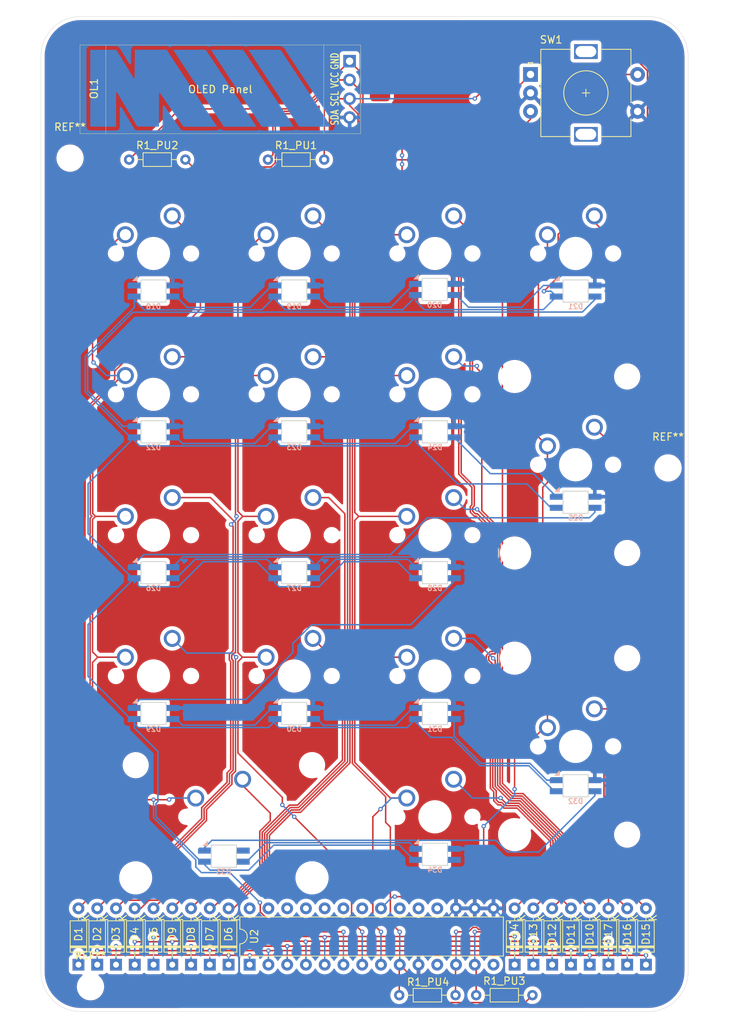
<source format=kicad_pcb>
(kicad_pcb (version 20240108) (generator "pcbnew") (generator_version "8.0")
  (layers (0 "F.Cu" signal) (31 "B.Cu" signal) (34 "B.Paste" user) (35 "F.Paste" user) (36 "B.SilkS" user "B.Silkscreen") (37 "F.SilkS" user "F.Silkscreen") (38 "B.Mask" user) (39 "F.Mask" user) (44 "Edge.Cuts" user))
  (net 0 "")
  (net 1 "Net-(D1-A)")
  (net 2 "/row0")
  (net 3 "Net-(D2-A)")
  (net 4 "/row1")
  (net 5 "Net-(D3-A)")
  (net 6 "/row2")
  (net 7 "Net-(D4-A)")
  (net 8 "/row3")
  (net 9 "Net-(D5-A)")
  (net 10 "/row4")
  (net 11 "Net-(D6-A)")
  (net 12 "Net-(D7-A)")
  (net 13 "Net-(D8-A)")
  (net 14 "Net-(D9-A)")
  (net 15 "Net-(D10-A)")
  (net 16 "Net-(D11-A)")
  (net 17 "Net-(D12-A)")
  (net 18 "Net-(D13-A)")
  (net 19 "Net-(D14-A)")
  (net 20 "Net-(D15-A)")
  (net 21 "Net-(D16-A)")
  (net 22 "Net-(D17-A)")
  (net 23 "/col0")
  (net 24 "/col1")
  (net 25 "/col2")
  (net 26 "/col3")
  (net 27 "GND")
  (net 28 "/SDA")
  (net 29 "+3V3")
  (net 30 "/SCL")
  (net 31 "Net-(U1-D7)")
  (net 32 "Net-(U1-D6)")
  (net 33 "Net-(U1-D8)")
  (net 34 "VCC")
  (net 53 "Net-(D18-DOUT)")
  (net 55 "Net-(D19-DOUT)")
  (net 56 "Net-(D20-DOUT)")
  (net 57 "Net-(D21-DOUT)")
  (net 58 "Net-(D22-DOUT)")
  (net 59 "Net-(D23-DOUT)")
  (net 60 "Net-(D24-DOUT)")
  (net 61 "Net-(D25-DOUT)")
  (net 62 "Net-(D26-DOUT)")
  (net 63 "Net-(D27-DOUT)")
  (net 64 "Net-(D28-DOUT)")
  (net 65 "Net-(D30-DOUT)")
  (net 66 "Net-(D29-DOUT)")
  (net 67 "Net-(D31-DOUT)")
  (net 68 "Net-(D32-DOUT)")
  (net 69 "Net-(D33-DOUT)")
  (footprint "MX_Solderable:MX-Solderable-2U-Vertical" (layer "F.Cu") (at 102.87 135.255)
    (property "Reference" "MX17")
    (property "Value" "MX-NoLED")
  )
  (footprint "Diode_THT:D_DO-35_SOD27_P7.62mm_Horizontal" (layer "F.Cu") (at 35.56 164.7825 90)
    (property "Reference" "D1")
    (property "Value" "1N4148W" (hide yes))
  )
  (footprint "Diode_THT:D_DO-35_SOD27_P7.62mm_Horizontal" (layer "F.Cu") (at 48.26 164.7825 90)
    (property "Reference" "D9")
    (property "Value" "1N4148W" (hide yes))
  )
  (footprint "Diode_THT:D_DO-35_SOD27_P7.62mm_Horizontal" (layer "F.Cu") (at 102.235 164.7825 90)
    (property "Reference" "D11")
    (property "Value" "1N4148W" (hide yes))
  )
  (footprint "Diode_THT:D_DO-35_SOD27_P7.62mm_Horizontal" (layer "F.Cu") (at 38.1 164.7825 90)
    (property "Reference" "D2")
    (property "Value" "1N4148W" (hide yes))
  )
  (footprint "Diode_THT:D_DO-35_SOD27_P7.62mm_Horizontal" (layer "F.Cu") (at 53.34 164.7825 90)
    (property "Reference" "D7")
    (property "Value" "1N4148W" (hide yes))
  )
  (footprint "Rotary_Encoder:RotaryEncoder_Alps_EC11E-Switch_Vertical_H20mm" (layer "F.Cu") (at 96.763 44.363)
    (property "Reference" "SW1")
    (property "Value" "RotaryEncoder_Switch")
  )
  (footprint "MX_Solderable:MX-Solderable-1U" (layer "F.Cu") (at 45.72 68.58)
    (property "Reference" "MX1")
    (property "Value" "MX-NoLED")
  )
  (footprint "LOGO" (layer "F.Cu") (at 52.578 168.402)
    (property "Reference" "G***" (hide yes))
    (property "Value" "LOGO" (hide yes))
  )
  (footprint "SSD1302:SSD1306-0.91-OLED-4pin-128x32" (layer "F.Cu") (at 35.767 40.37475)
    (property "Reference" "OL1")
    (property "Value" "OLED")
  )
  (footprint "Diode_THT:D_DO-35_SOD27_P7.62mm_Horizontal" (layer "F.Cu") (at 55.88 164.7825 90)
    (property "Reference" "D6")
    (property "Value" "1N4148W" (hide yes))
  )
  (footprint "Diode_THT:D_DO-35_SOD27_P7.62mm_Horizontal" (layer "F.Cu") (at 107.315 164.7825 90)
    (property "Reference" "D17")
    (property "Value" "1N4148W" (hide yes))
  )
  (footprint "MountingHole:MountingHole_3.2mm_M3" (layer "F.Cu") (at 34.417 55.6768)
    (property "Reference" "REF**")
    (property "Value" "MountingHole_3.2mm_M3")
  )
  (footprint "MX_Solderable:MX-Solderable-1U" (layer "F.Cu") (at 64.77 68.58)
    (property "Reference" "MX6")
    (property "Value" "MX-NoLED")
  )
  (footprint "Diode_THT:D_DO-35_SOD27_P7.62mm_Horizontal" (layer "F.Cu") (at 112.395 164.7825 90)
    (property "Reference" "D15")
    (property "Value" "1N4148W" (hide yes))
  )
  (footprint "LOGO" (layer "F.Cu") (at 52.578 168.402)
    (property "Reference" "G***" (hide yes))
    (property "Value" "LOGO" (hide yes))
  )
  (footprint "Package_DIP:DIP-28_W7.62mm" (layer "F.Cu") (at 58.7375 164.7825 90)
    (property "Reference" "U2")
    (property "Value" "MCP23017_SP")
  )
  (footprint "MX_Solderable:MX-Solderable-1U" (layer "F.Cu") (at 64.77 87.63)
    (property "Reference" "MX7")
    (property "Value" "MX-NoLED")
  )
  (footprint "MX_Solderable:MX-Solderable-1U" (layer "F.Cu") (at 45.72 87.63)
    (property "Reference" "MX2")
    (property "Value" "MX-NoLED")
  )
  (footprint "Diode_THT:D_DO-35_SOD27_P7.62mm_Horizontal" (layer "F.Cu") (at 45.72 164.7825 90)
    (property "Reference" "D5")
    (property "Value" "1N4148W" (hide yes))
  )
  (footprint "Resistor_THT:R_Axial_DIN0204_L3.6mm_D1.6mm_P7.62mm_Horizontal" (layer "F.Cu") (at 61.214 55.88)
    (property "Reference" "R1_PU1")
    (property "Value" "4.7k")
  )
  (footprint "Diode_THT:D_DO-35_SOD27_P7.62mm_Horizontal" (layer "F.Cu") (at 50.8 164.7825 90)
    (property "Reference" "D8")
    (property "Value" "1N4148W" (hide yes))
  )
  (footprint "Diode_THT:D_DO-35_SOD27_P7.62mm_Horizontal" (layer "F.Cu") (at 104.775 164.7825 90)
    (property "Reference" "D10")
    (property "Value" "1N4148W" (hide yes))
  )
  (footprint "MX_Solderable:MX-Solderable-1U" (layer "F.Cu") (at 83.82 87.63)
    (property "Reference" "MX11")
    (property "Value" "MX-NoLED")
  )
  (footprint "MX_Solderable:MX-Solderable-2U-Vertical" (layer "F.Cu") (at 102.87 97.155)
    (property "Reference" "MX16")
    (property "Value" "MX-NoLED")
  )
  (footprint "Diode_THT:D_DO-35_SOD27_P7.62mm_Horizontal" (layer "F.Cu") (at 99.695 164.7825 90)
    (property "Reference" "D12")
    (property "Value" "1N4148W" (hide yes))
  )
  (footprint "MountingHole:MountingHole_3.2mm_M3" (layer "F.Cu") (at 115.3922 97.5868)
    (property "Reference" "REF**")
    (property "Value" "MountingHole_3.2mm_M3")
  )
  (footprint "MX_Solderable:MX-Solderable-1U" (layer "F.Cu") (at 83.82 68.58)
    (property "Reference" "MX10")
    (property "Value" "MX-NoLED")
  )
  (footprint "MX_Solderable:MX-Solderable-1U" (layer "F.Cu") (at 83.82 144.78)
    (property "Reference" "MX14")
    (property "Value" "MX-NoLED")
  )
  (footprint "XIAO_PCB:XIAO-14P-SMD-2.54-21x17.8MM" (layer "F.Cu") (at 84.455 46.99)
    (property "Reference" "U1" (hide yes))
    (property "Value" "SEEED-XIAO")
  )
  (footprint "Resistor_THT:R_Axial_DIN0204_L3.6mm_D1.6mm_P7.62mm_Horizontal" (layer "F.Cu") (at 42.418 55.88)
    (property "Reference" "R1_PU2")
    (property "Value" "4.7k")
  )
  (footprint "Diode_THT:D_DO-35_SOD27_P7.62mm_Horizontal" (layer "F.Cu") (at 97.155 164.7825 90)
    (property "Reference" "D13")
    (property "Value" "1N4148W" (hide yes))
  )
  (footprint "Resistor_THT:R_Axial_DIN0204_L3.6mm_D1.6mm_P7.62mm_Horizontal" (layer "F.Cu") (at 78.994 168.91)
    (property "Reference" "R1_PU4")
    (property "Value" "4.7k")
  )
  (footprint "Diode_THT:D_DO-35_SOD27_P7.62mm_Horizontal" (layer "F.Cu") (at 40.64 164.7825 90)
    (property "Reference" "D3")
    (property "Value" "1N4148W" (hide yes))
  )
  (footprint "Diode_THT:D_DO-35_SOD27_P7.62mm_Horizontal" (layer "F.Cu") (at 109.855 164.7825 90)
    (property "Reference" "D16")
    (property "Value" "1N4148W" (hide yes))
  )
  (footprint "MX_Solderable:MX-Solderable-1U" (layer "F.Cu") (at 102.87 68.58)
    (property "Reference" "MX15")
    (property "Value" "MX-NoLED")
  )
  (footprint "MountingHole:MountingHole_3.2mm_M3" (layer "F.Cu") (at 37.1856 167.767)
    (property "Reference" "REF**")
    (property "Value" "MountingHole_3.2mm_M3")
  )
  (footprint "Resistor_THT:R_Axial_DIN0204_L3.6mm_D1.6mm_P7.62mm_Horizontal" (layer "F.Cu") (at 89.408 168.91)
    (property "Reference" "R1_PU3")
    (property "Value" "4.7k")
  )
  (footprint "MX_Solderable:MX-Solderable-1U" (layer "F.Cu") (at 83.82 106.68)
    (property "Reference" "MX12")
    (property "Value" "MX-NoLED")
  )
  (footprint "MX_Solderable:MX-Solderable-1U" (layer "F.Cu") (at 83.82 125.73)
    (property "Reference" "MX13")
    (property "Value" "MX-NoLED")
  )
  (footprint "Diode_THT:D_DO-35_SOD27_P7.62mm_Horizontal" (layer "F.Cu") (at 43.18 164.7825 90)
    (property "Reference" "D4")
    (property "Value" "1N4148W" (hide yes))
  )
  (footprint "MX_Solderable:MX-Solderable-2U" (layer "F.Cu") (at 55.245 144.78)
    (property "Reference" "MX5")
    (property "Value" "MX-NoLED")
  )
  (footprint "MX_Solderable:MX-Solderable-1U" (layer "F.Cu") (at 64.77 125.73)
    (property "Reference" "MX9")
    (property "Value" "MX-NoLED")
  )
  (footprint "MX_Solderable:MX-Solderable-1U" (layer "F.Cu") (at 64.77 106.68)
    (property "Reference" "MX8")
    (property "Value" "MX-NoLED")
  )
  (footprint "Diode_THT:D_DO-35_SOD27_P7.62mm_Horizontal" (layer "F.Cu") (at 94.615 164.7825 90)
    (property "Reference" "D14")
    (property "Value" "1N4148W" (hide yes))
  )
  (footprint "MX_Solderable:MX-Solderable-1U" (layer "F.Cu") (at 45.72 106.68)
    (property "Reference" "MX3")
    (property "Value" "MX-NoLED")
  )
  (footprint "MX_Solderable:MX-Solderable-1U" (layer "F.Cu") (at 45.72 125.73)
    (property "Reference" "MX4")
    (property "Value" "MX-NoLED")
  )
  (footprint "LED underglow:SK6812MINI-E" (layer "B.Cu") (at 45.72 73.655 180)
    (property "Reference" "D18")
    (property "Value" "SK6812" (hide yes))
    (fp_line (start 1.7 1.5) (end -1.7 1.5) (stroke (width 0.12)) (layer "Edge.Cuts"))
    (fp_line (start 1.7 -1.5) (end 1.7 1.5) (stroke (width 0.12)) (layer "Edge.Cuts"))
    (fp_line (start -1.7 1.5) (end -1.7 -1.5) (stroke (width 0.12)) (layer "Edge.Cuts"))
    (fp_line (start -1.7 -1.5) (end 1.7 -1.5) (stroke (width 0.12)) (layer "Edge.Cuts"))
  )
  (footprint "LED underglow:SK6812MINI-E" (layer "B.Cu") (at 64.77 130.805 180)
    (property "Reference" "D30")
    (property "Value" "SK6812" (hide yes))
    (fp_line (start 1.7 1.5) (end -1.7 1.5) (stroke (width 0.12)) (layer "Edge.Cuts"))
    (fp_line (start 1.7 -1.5) (end 1.7 1.5) (stroke (width 0.12)) (layer "Edge.Cuts"))
    (fp_line (start -1.7 1.5) (end -1.7 -1.5) (stroke (width 0.12)) (layer "Edge.Cuts"))
    (fp_line (start -1.7 -1.5) (end 1.7 -1.5) (stroke (width 0.12)) (layer "Edge.Cuts"))
  )
  (footprint "LED underglow:SK6812MINI-E" (layer "B.Cu") (at 102.87 73.655 180)
    (property "Reference" "D21")
    (property "Value" "SK6812" (hide yes))
    (fp_line (start 1.7 1.5) (end -1.7 1.5) (stroke (width 0.12)) (layer "Edge.Cuts"))
    (fp_line (start 1.7 -1.5) (end 1.7 1.5) (stroke (width 0.12)) (layer "Edge.Cuts"))
    (fp_line (start -1.7 1.5) (end -1.7 -1.5) (stroke (width 0.12)) (layer "Edge.Cuts"))
    (fp_line (start -1.7 -1.5) (end 1.7 -1.5) (stroke (width 0.12)) (layer "Edge.Cuts"))
  )
  (footprint "LED underglow:SK6812MINI-E" (layer "B.Cu") (at 83.82 92.705 180)
    (property "Reference" "D24")
    (property "Value" "SK6812" (hide yes))
    (fp_line (start 1.7 1.5) (end -1.7 1.5) (stroke (width 0.12)) (layer "Edge.Cuts"))
    (fp_line (start 1.7 -1.5) (end 1.7 1.5) (stroke (width 0.12)) (layer "Edge.Cuts"))
    (fp_line (start -1.7 1.5) (end -1.7 -1.5) (stroke (width 0.12)) (layer "Edge.Cuts"))
    (fp_line (start -1.7 -1.5) (end 1.7 -1.5) (stroke (width 0.12)) (layer "Edge.Cuts"))
  )
  (footprint "LED underglow:SK6812MINI-E" (layer "B.Cu") (at 45.72 130.805 180)
    (property "Reference" "D29")
    (property "Value" "SK6812" (hide yes))
    (fp_line (start 1.7 1.5) (end -1.7 1.5) (stroke (width 0.12)) (layer "Edge.Cuts"))
    (fp_line (start 1.7 -1.5) (end 1.7 1.5) (stroke (width 0.12)) (layer "Edge.Cuts"))
    (fp_line (start -1.7 1.5) (end -1.7 -1.5) (stroke (width 0.12)) (layer "Edge.Cuts"))
    (fp_line (start -1.7 -1.5) (end 1.7 -1.5) (stroke (width 0.12)) (layer "Edge.Cuts"))
  )
  (footprint "LED underglow:SK6812MINI-E" (layer "B.Cu") (at 83.7854 73.4434 180)
    (property "Reference" "D20")
    (property "Value" "SK6812" (hide yes))
    (fp_line (start 1.7 1.5) (end -1.7 1.5) (stroke (width 0.12)) (layer "Edge.Cuts"))
    (fp_line (start 1.7 -1.5) (end 1.7 1.5) (stroke (width 0.12)) (layer "Edge.Cuts"))
    (fp_line (start -1.7 1.5) (end -1.7 -1.5) (stroke (width 0.12)) (layer "Edge.Cuts"))
    (fp_line (start -1.7 -1.5) (end 1.7 -1.5) (stroke (width 0.12)) (layer "Edge.Cuts"))
  )
  (footprint "LED underglow:SK6812MINI-E" (layer "B.Cu") (at 55.245 150.1 180)
    (property "Reference" "D33")
    (property "Value" "SK6812" (hide yes))
    (fp_line (start 1.7 1.5) (end -1.7 1.5) (stroke (width 0.12)) (layer "Edge.Cuts"))
    (fp_line (start 1.7 -1.5) (end 1.7 1.5) (stroke (width 0.12)) (layer "Edge.Cuts"))
    (fp_line (start -1.7 1.5) (end -1.7 -1.5) (stroke (width 0.12)) (layer "Edge.Cuts"))
    (fp_line (start -1.7 -1.5) (end 1.7 -1.5) (stroke (width 0.12)) (layer "Edge.Cuts"))
  )
  (footprint "LED underglow:SK6812MINI-E" (layer "B.Cu") (at 83.82 111.755 180)
    (property "Reference" "D28")
    (property "Value" "SK6812" (hide yes))
    (fp_line (start 1.7 1.5) (end -1.7 1.5) (stroke (width 0.12)) (layer "Edge.Cuts"))
    (fp_line (start 1.7 -1.5) (end 1.7 1.5) (stroke (width 0.12)) (layer "Edge.Cuts"))
    (fp_line (start -1.7 1.5) (end -1.7 -1.5) (stroke (width 0.12)) (layer "Edge.Cuts"))
    (fp_line (start -1.7 -1.5) (end 1.7 -1.5) (stroke (width 0.12)) (layer "Edge.Cuts"))
  )
  (footprint "LED underglow:SK6812MINI-E" (layer "B.Cu") (at 64.77 111.755 180)
    (property "Reference" "D27")
    (property "Value" "SK6812" (hide yes))
    (fp_line (start 1.7 1.5) (end -1.7 1.5) (stroke (width 0.12)) (layer "Edge.Cuts"))
    (fp_line (start 1.7 -1.5) (end 1.7 1.5) (stroke (width 0.12)) (layer "Edge.Cuts"))
    (fp_line (start -1.7 1.5) (end -1.7 -1.5) (stroke (width 0.12)) (layer "Edge.Cuts"))
    (fp_line (start -1.7 -1.5) (end 1.7 -1.5) (stroke (width 0.12)) (layer "Edge.Cuts"))
  )
  (footprint "LED underglow:SK6812MINI-E" (layer "B.Cu") (at 83.82 130.805 180)
    (property "Reference" "D31")
    (property "Value" "SK6812" (hide yes))
    (fp_line (start 1.7 1.5) (end -1.7 1.5) (stroke (width 0.12)) (layer "Edge.Cuts"))
    (fp_line (start 1.7 -1.5) (end 1.7 1.5) (stroke (width 0.12)) (layer "Edge.Cuts"))
    (fp_line (start -1.7 1.5) (end -1.7 -1.5) (stroke (width 0.12)) (layer "Edge.Cuts"))
    (fp_line (start -1.7 -1.5) (end 1.7 -1.5) (stroke (width 0.12)) (layer "Edge.Cuts"))
  )
  (footprint "LED underglow:SK6812MINI-E" (layer "B.Cu") (at 45.72 111.755 180)
    (property "Reference" "D26")
    (property "Value" "SK6812" (hide yes))
    (fp_line (start 1.7 1.5) (end -1.7 1.5) (stroke (width 0.12)) (layer "Edge.Cuts"))
    (fp_line (start 1.7 -1.5) (end 1.7 1.5) (stroke (width 0.12)) (layer "Edge.Cuts"))
    (fp_line (start -1.7 1.5) (end -1.7 -1.5) (stroke (width 0.12)) (layer "Edge.Cuts"))
    (fp_line (start -1.7 -1.5) (end 1.7 -1.5) (stroke (width 0.12)) (layer "Edge.Cuts"))
  )
  (footprint "LED underglow:SK6812MINI-E" (layer "B.Cu") (at 102.87 140.575 180)
    (property "Reference" "D32")
    (property "Value" "SK6812" (hide yes))
    (fp_line (start 1.7 1.5) (end -1.7 1.5) (stroke (width 0.12)) (layer "Edge.Cuts"))
    (fp_line (start 1.7 -1.5) (end 1.7 1.5) (stroke (width 0.12)) (layer "Edge.Cuts"))
    (fp_line (start -1.7 1.5) (end -1.7 -1.5) (stroke (width 0.12)) (layer "Edge.Cuts"))
    (fp_line (start -1.7 -1.5) (end 1.7 -1.5) (stroke (width 0.12)) (layer "Edge.Cuts"))
  )
  (footprint "LED underglow:SK6812MINI-E" (layer "B.Cu") (at 102.87 102.23 180)
    (property "Reference" "D25")
    (property "Value" "SK6812" (hide yes))
    (fp_line (start 1.7 1.5) (end -1.7 1.5) (stroke (width 0.12)) (layer "Edge.Cuts"))
    (fp_line (start 1.7 -1.5) (end 1.7 1.5) (stroke (width 0.12)) (layer "Edge.Cuts"))
    (fp_line (start -1.7 1.5) (end -1.7 -1.5) (stroke (width 0.12)) (layer "Edge.Cuts"))
    (fp_line (start -1.7 -1.5) (end 1.7 -1.5) (stroke (width 0.12)) (layer "Edge.Cuts"))
  )
  (footprint "LED underglow:SK6812MINI-E" (layer "B.Cu") (at 83.82 149.855 180)
    (property "Reference" "D34")
    (property "Value" "SK6812" (hide yes))
    (fp_line (start 1.7 1.5) (end -1.7 1.5) (stroke (width 0.12)) (layer "Edge.Cuts"))
    (fp_line (start 1.7 -1.5) (end 1.7 1.5) (stroke (width 0.12)) (layer "Edge.Cuts"))
    (fp_line (start -1.7 1.5) (end -1.7 -1.5) (stroke (width 0.12)) (layer "Edge.Cuts"))
    (fp_line (start -1.7 -1.5) (end 1.7 -1.5) (stroke (width 0.12)) (layer "Edge.Cuts"))
  )
  (footprint "LED underglow:SK6812MINI-E" (layer "B.Cu") (at 45.72 92.705 180)
    (property "Reference" "D22")
    (property "Value" "SK6812" (hide yes))
    (fp_line (start 1.7 1.5) (end -1.7 1.5) (stroke (width 0.12)) (layer "Edge.Cuts"))
    (fp_line (start 1.7 -1.5) (end 1.7 1.5) (stroke (width 0.12)) (layer "Edge.Cuts"))
    (fp_line (start -1.7 1.5) (end -1.7 -1.5) (stroke (width 0.12)) (layer "Edge.Cuts"))
    (fp_line (start -1.7 -1.5) (end 1.7 -1.5) (stroke (width 0.12)) (layer "Edge.Cuts"))
  )
  (footprint "LED underglow:SK6812MINI-E" (layer "B.Cu") (at 64.77 73.655 180)
    (property "Reference" "D19")
    (property "Value" "SK6812" (hide yes))
    (fp_line (start 1.7 1.5) (end -1.7 1.5) (stroke (width 0.12)) (layer "Edge.Cuts"))
    (fp_line (start 1.7 -1.5) (end 1.7 1.5) (stroke (width 0.12)) (layer "Edge.Cuts"))
    (fp_line (start -1.7 1.5) (end -1.7 -1.5) (stroke (width 0.12)) (layer "Edge.Cuts"))
    (fp_line (start -1.7 -1.5) (end 1.7 -1.5) (stroke (width 0.12)) (layer "Edge.Cuts"))
  )
  (footprint "LOGO" (layer "B.Cu") (at 53.467 46.228 180)
    (property "Reference" "." (hide yes))
    (property "Value" "." (hide yes))
  )
  (footprint "LOGO" (layer "B.Cu") (at 53.467 46.228 180)
    (property "Reference" "." (hide yes))
    (property "Value" "." (hide yes))
  )
  (footprint "LED underglow:SK6812MINI-E" (layer "B.Cu") (at 64.77 92.705 180)
    (property "Reference" "D23")
    (property "Value" "SK6812" (hide yes))
    (fp_line (start 1.7 1.5) (end -1.7 1.5) (stroke (width 0.12)) (layer "Edge.Cuts"))
    (fp_line (start 1.7 -1.5) (end 1.7 1.5) (stroke (width 0.12)) (layer "Edge.Cuts"))
    (fp_line (start -1.7 1.5) (end -1.7 -1.5) (stroke (width 0.12)) (layer "Edge.Cuts"))
    (fp_line (start -1.7 -1.5) (end 1.7 -1.5) (stroke (width 0.12)) (layer "Edge.Cuts"))
  )
  (gr_line (start 35.8775 36.5125) (end 112.7125 36.519109) (stroke (width 0.05)) (layer "Edge.Cuts"))
  (gr_arc (start 112.7125 36.519109) (mid 116.529109 38.1) (end 118.11 41.916609) (stroke (width 0.05)) (layer "Edge.Cuts"))
  (gr_line (start 112.705891 171.125891) (end 35.8775 171.1325) (stroke (width 0.05)) (layer "Edge.Cuts"))
  (gr_line (start 118.11 41.916609) (end 118.11 165.735) (stroke (width 0.05)) (layer "Edge.Cuts"))
  (gr_arc (start 30.48 41.91) (mid 32.060891 38.093391) (end 35.8775 36.5125) (stroke (width 0.05)) (layer "Edge.Cuts"))
  (gr_arc (start 35.8775 171.1325) (mid 32.060891 169.551609) (end 30.48 165.735) (stroke (width 0.05)) (layer "Edge.Cuts"))
  (gr_line (start 30.48 165.735) (end 30.48 41.91) (stroke (width 0.05)) (layer "Edge.Cuts"))
  (gr_arc (start 118.103391 165.728391) (mid 116.5225 169.545) (end 112.705891 171.125891) (stroke (width 0.05)) (layer "Edge.Cuts"))
  (gr_text "hajpad v4." (at 56.896 169.164 0) (layer "F.Cu") (effects (font (size 1 1)) (justify left bottom)))
  (segment (start 48.26 63.5) (end 52.07 67.31) (width 0.2) (layer "F.Cu") (net 1))
  (segment (start 45.95539 78.994) (end 40.46 84.48939) (width 0.2) (layer "F.Cu") (net 1))
  (segment (start 37.138 155.5845) (end 35.56 157.1625) (width 0.2) (layer "F.Cu") (net 1))
  (segment (start 37.138 104.370648) (end 37.138 155.5845) (width 0.2) (layer "F.Cu") (net 1))
  (segment (start 52.07 76.0984) (end 49.1744 78.994) (width 0.2) (layer "F.Cu") (net 1))
  (segment (start 52.07 67.31) (end 52.07 76.0984) (width 0.2) (layer "F.Cu") (net 1))
  (segment (start 37.1634 103.894448) (end 37.3888 104.119848) (width 0.2) (layer "F.Cu") (net 1))
  (segment (start 40.46 85.643566) (end 37.1634 88.940166) (width 0.2) (layer "F.Cu") (net 1))
  (segment (start 49.1744 78.994) (end 45.95539 78.994) (width 0.2) (layer "F.Cu") (net 1))
  (segment (start 40.46 84.48939) (end 40.46 85.643566) (width 0.2) (layer "F.Cu") (net 1))
  (segment (start 37.1634 88.940166) (end 37.1634 103.894448) (width 0.2) (layer "F.Cu") (net 1))
  (segment (start 37.3888 104.119848) (end 37.138 104.370648) (width 0.2) (layer "F.Cu") (net 1))
  (segment (start 35.73 163.4775) (end 55.71 163.4775) (width 0.2) (layer "F.Cu") (net 2))
  (segment (start 55.88 163.5125) (end 112.395 163.5125) (width 0.2) (layer "F.Cu") (net 2))
  (via (at 35.56 163.3075) (size 0.6) (drill 0.3) (layers "F.Cu" "B.Cu") (net 2))
  (via (at 104.775 163.5125) (size 0.6) (drill 0.3) (layers "F.Cu" "B.Cu") (net 2))
  (via (at 55.88 163.5125) (size 0.6) (drill 0.3) (layers "F.Cu" "B.Cu") (net 2))
  (via (at 58.7375 163.5125) (size 0.6) (drill 0.3) (layers "F.Cu" "B.Cu") (net 2))
  (via (at 112.395 163.5125) (size 0.6) (drill 0.3) (layers "F.Cu" "B.Cu") (net 2))
  (segment (start 104.775 163.5125) (end 104.775 164.7825) (width 0.2) (layer "B.Cu") (net 2))
  (segment (start 55.88 163.5125) (end 55.88 164.7825) (width 0.2) (layer "B.Cu") (net 2))
  (segment (start 112.395 163.5125) (end 112.395 164.7825) (width 0.2) (layer "B.Cu") (net 2))
  (segment (start 35.56 164.7825) (end 35.56 163.5125) (width 0.2) (layer "B.Cu") (net 2))
  (segment (start 58.7375 163.5125) (end 58.7375 164.7825) (width 0.2) (layer "B.Cu") (net 2))
  (segment (start 55.681 138.828494) (end 55.681 140.098672) (width 0.2) (layer "F.Cu") (net 3))
  (segment (start 48.4442 148.801704) (end 48.4442 153.050956) (width 0.2) (layer "F.Cu") (net 3))
  (segment (start 44.507604 155.7355) (end 39.527 155.7355) (width 0.2) (layer "F.Cu") (net 3))
  (segment (start 52.2431 145.002804) (end 48.4442 148.801704) (width 0.2) (layer "F.Cu") (net 3))
  (segment (start 55.681 140.098672) (end 52.2431 143.536572) (width 0.2) (layer "F.Cu") (net 3))
  (segment (start 56.169 138.340494) (end 55.681 138.828494) (width 0.2) (layer "F.Cu") (net 3))
  (segment (start 46.086656 155.4085) (end 44.834604 155.4085) (width 0.2) (layer "F.Cu") (net 3))
  (segment (start 55.98407 122.806023) (end 55.98407 123.573977) (width 0.2) (layer "F.Cu") (net 3))
  (segment (start 56.496 105.5052) (end 56.496 122.294093) (width 0.2) (layer "F.Cu") (net 3))
  (segment (start 52.2431 143.536572) (end 52.2431 145.002804) (width 0.2) (layer "F.Cu") (net 3))
  (segment (start 56.223 105.2322) (end 56.496 105.5052) (width 0.2) (layer "F.Cu") (net 3))
  (segment (start 56.823 83.8232) (end 56.823 104.001129) (width 0.2) (layer "F.Cu") (net 3))
  (segment (start 55.5498 82.55) (end 56.823 83.8232) (width 0.2) (layer "F.Cu") (net 3))
  (segment (start 39.527 155.7355) (end 38.1 157.1625) (width 0.2) (layer "F.Cu") (net 3))
  (segment (start 48.26 82.55) (end 55.5498 82.55) (width 0.2) (layer "F.Cu") (net 3))
  (segment (start 48.4442 153.050956) (end 46.086656 155.4085) (width 0.2) (layer "F.Cu") (net 3))
  (segment (start 55.98407 123.573977) (end 56.169 123.758907) (width 0.2) (layer "F.Cu") (net 3))
  (segment (start 56.823 104.001129) (end 56.961871 104.14) (width 0.2) (layer "F.Cu") (net 3))
  (segment (start 44.834604 155.4085) (end 44.507604 155.7355) (width 0.2) (layer "F.Cu") (net 3))
  (segment (start 56.169 123.758907) (end 56.169 138.340494) (width 0.2) (layer "F.Cu") (net 3))
  (segment (start 56.496 122.294093) (end 55.98407 122.806023) (width 0.2) (layer "F.Cu") (net 3))
  (via (at 56.961871 104.14) (size 0.6) (drill 0.3) (layers "F.Cu" "B.Cu") (net 3))
  (via (at 56.223 105.2322) (size 0.6) (drill 0.3) (layers "F.Cu" "B.Cu") (net 3))
  (segment (start 56.961871 104.493329) (end 56.223 105.2322) (width 0.2) (layer "B.Cu") (net 3))
  (segment (start 56.961871 104.14) (end 56.961871 104.493329) (width 0.2) (layer "B.Cu") (net 3))
  (segment (start 38.1 162.8775) (end 53.34 162.8775) (width 0.2) (layer "F.Cu") (net 4))
  (segment (start 53.34 162.8775) (end 109.855 162.8775) (width 0.2) (layer "F.Cu") (net 4))
  (segment (start 53.34 163.0825) (end 53.51 162.9125) (width 0.2) (layer "F.Cu") (net 4))
  (via (at 53.34 162.8775) (size 0.6) (drill 0.3) (layers "F.Cu" "B.Cu") (net 4))
  (via (at 109.855 162.8775) (size 0.6) (drill 0.3) (layers "F.Cu" "B.Cu") (net 4))
  (via (at 61.2775 162.8775) (size 0.6) (drill 0.3) (layers "F.Cu" "B.Cu") (net 4))
  (via (at 38.1 162.8775) (size 0.6) (drill 0.3) (layers "F.Cu" "B.Cu") (net 4))
  (via (at 102.235 162.8775) (size 0.6) (drill 0.3) (layers "F.Cu" "B.Cu") (net 4))
  (segment (start 38.1 164.7825) (end 38.1 163.0825) (width 0.2) (layer "B.Cu") (net 4))
  (segment (start 109.855 162.8775) (end 109.855 164.7825) (width 0.2) (layer "B.Cu") (net 4))
  (segment (start 53.34 163.0825) (end 53.34 164.7825) (width 0.2) (layer "B.Cu") (net 4))
  (segment (start 102.235 162.8775) (end 102.235 164.7825) (width 0.2) (layer "B.Cu") (net 4))
  (segment (start 61.2775 162.8775) (end 61.2775 164.7825) (width 0.2) (layer "B.Cu") (net 4))
  (segment (start 48.7712 153.186404) (end 46.222104 155.7355) (width 0.2) (layer "F.Cu") (net 5))
  (segment (start 46.222104 155.7355) (end 44.970052 155.7355) (width 0.2) (layer "F.Cu") (net 5))
  (segment (start 44.970052 155.7355) (end 44.643052 156.0625) (width 0.2) (layer "F.Cu") (net 5))
  (segment (start 56.496 138.475942) (end 56.008 138.963942) (width 0.2) (layer "F.Cu") (net 5))
  (segment (start 56.823 122.59) (end 56.662541 122.59) (width 0.2) (layer "F.Cu") (net 5))
  (segment (start 56.31107 122.941471) (end 56.31107 123.438529) (width 0.2) (layer "F.Cu") (net 5))
  (segment (start 53.4416 101.6) (end 56.823 104.9814) (width 0.2) (layer "F.Cu") (net 5))
  (segment (start 48.7712 148.937152) (end 48.7712 153.186404) (width 0.2) (layer "F.Cu") (net 5))
  (segment (start 52.5701 143.67202) (end 52.5701 145.138252) (width 0.2) (layer "F.Cu") (net 5))
  (segment (start 56.008 138.963942) (end 56.008 140.23412) (width 0.2) (layer "F.Cu") (net 5))
  (segment (start 52.5701 145.138252) (end 48.7712 148.937152) (width 0.2) (layer "F.Cu") (net 5))
  (segment (start 41.74 156.0625) (end 40.64 157.1625) (width 0.2) (layer "F.Cu") (net 5))
  (segment (start 56.662541 122.59) (end 56.31107 122.941471) (width 0.2) (layer "F.Cu") (net 5))
  (segment (start 56.31107 123.438529) (end 56.496 123.623459) (width 0.2) (layer "F.Cu") (net 5))
  (segment (start 56.496 123.623459) (end 56.496 138.475942) (width 0.2) (layer "F.Cu") (net 5))
  (segment (start 44.643052 156.0625) (end 41.74 156.0625) (width 0.2) (layer "F.Cu") (net 5))
  (segment (start 56.008 140.23412) (end 52.5701 143.67202) (width 0.2) (layer "F.Cu") (net 5))
  (segment (start 56.823 104.9814) (end 56.823 122.59) (width 0.2) (layer "F.Cu") (net 5))
  (segment (start 48.26 101.6) (end 53.4416 101.6) (width 0.2) (layer "F.Cu") (net 5))
  (segment (start 50.8 162.2775) (end 61.5175 162.2775) (width 0.2) (layer "F.Cu") (net 6))
  (segment (start 99.695 162.2775) (end 99.695 162.2425) (width 0.2) (layer "F.Cu") (net 6))
  (segment (start 61.2775 162.2775) (end 99.695 162.2775) (width 0.2) (layer "F.Cu") (net 6))
  (segment (start 40.64 162.2775) (end 50.8 162.2775) (width 0.2) (layer "F.Cu") (net 6))
  (via (at 50.8 162.2775) (size 0.6) (drill 0.3) (layers "F.Cu" "B.Cu") (net 6))
  (via (at 99.695 162.2425) (size 0.6) (drill 0.3) (layers "F.Cu" "B.Cu") (net 6))
  (via (at 63.8175 162.2775) (size 0.6) (drill 0.3) (layers "F.Cu" "B.Cu") (net 6))
  (via (at 40.64 162.2775) (size 0.6) (drill 0.3) (layers "F.Cu" "B.Cu") (net 6))
  (segment (start 99.695 162.2425) (end 99.695 164.7825) (width 0.2) (layer "B.Cu") (net 6))
  (segment (start 40.64 164.7825) (end 40.64 162.4825) (width 0.2) (layer "B.Cu") (net 6))
  (segment (start 63.8175 164.7825) (end 63.8175 162.2775) (width 0.2) (layer "B.Cu") (net 6))
  (segment (start 50.8 162.4825) (end 50.8 164.7825) (width 0.2) (layer "B.Cu") (net 6))
  (segment (start 56.823 138.61139) (end 56.335 139.09939) (width 0.2) (layer "F.Cu") (net 7))
  (segment (start 52.8971 145.2737) (end 49.0982 149.0726) (width 0.2) (layer "F.Cu") (net 7))
  (segment (start 56.91107 123.19) (end 56.823 123.27807) (width 0.2) (layer "F.Cu") (net 7))
  (segment (start 56.335 139.09939) (end 56.335 140.369568) (width 0.2) (layer "F.Cu") (net 7))
  (segment (start 46.357552 156.0625) (end 45.1055 156.0625) (width 0.2) (layer "F.Cu") (net 7))
  (segment (start 44.0055 157.1625) (end 43.18 157.1625) (width 0.2) (layer "F.Cu") (net 7))
  (segment (start 45.1055 156.0625) (end 44.0055 157.1625) (width 0.2) (layer "F.Cu") (net 7))
  (segment (start 49.0982 149.0726) (end 49.0982 153.321852) (width 0.2) (layer "F.Cu") (net 7))
  (segment (start 56.823 123.27807) (end 56.823 138.61139) (width 0.2) (layer "F.Cu") (net 7))
  (segment (start 52.8971 143.807468) (end 52.8971 145.2737) (width 0.2) (layer "F.Cu") (net 7))
  (segment (start 56.335 140.369568) (end 52.8971 143.807468) (width 0.2) (layer "F.Cu") (net 7))
  (segment (start 49.0982 153.321852) (end 46.357552 156.0625) (width 0.2) (layer "F.Cu") (net 7))
  (via (at 56.91107 123.19) (size 0.6) (drill 0.3) (layers "F.Cu" "B.Cu") (net 7))
  (segment (start 50.2412 122.6312) (end 48.26 120.65) (width 0.2) (layer "B.Cu") (net 7))
  (segment (start 56.35227 122.6312) (end 50.2412 122.6312) (width 0.2) (layer "B.Cu") (net 7))
  (segment (start 56.91107 123.19) (end 56.35227 122.6312) (width 0.2) (layer "B.Cu") (net 7))
  (segment (start 68.578971 161.6075) (end 68.648971 161.6775) (width 0.2) (layer "F.Cu") (net 8))
  (segment (start 68.648971 161.6775) (end 69.146029 161.6775) (width 0.2) (layer "F.Cu") (net 8))
  (segment (start 66.3225 161.6775) (end 66.3925 161.6075) (width 0.2) (layer "F.Cu") (net 8))
  (segment (start 66.3225 161.6775) (end 66.2525 161.6075) (width 0.2) (layer "F.Cu") (net 8))
  (segment (start 69.216029 161.6075) (end 97.4725 161.6075) (width 0.2) (layer "F.Cu") (net 8))
  (segment (start 97.4725 161.6075) (end 107.315 161.6075) (width 0.2) (layer "F.Cu") (net 8))
  (segment (start 48.33 161.6075) (end 48.26 161.6775) (width 0.2) (layer "F.Cu") (net 8))
  (segment (start 43.18 161.6775) (end 48.26 161.6775) (width 0.2) (layer "F.Cu") (net 8))
  (segment (start 66.2525 161.6075) (end 48.33 161.6075) (width 0.2) (layer "F.Cu") (net 8))
  (segment (start 97.155 161.6075) (end 97.4725 161.6075) (width 0.2) (layer "F.Cu") (net 8))
  (segment (start 69.146029 161.6775) (end 69.216029 161.6075) (width 0.2) (layer "F.Cu") (net 8))
  (segment (start 66.3925 161.6075) (end 68.578971 161.6075) (width 0.2) (layer "F.Cu") (net 8))
  (via (at 66.3225 161.6775) (size 0.6) (drill 0.3) (layers "F.Cu" "B.Cu") (net 8))
  (via (at 107.315 161.6075) (size 0.6) (drill 0.3) (layers "F.Cu" "B.Cu") (net 8))
  (via (at 43.18 161.6775) (size 0.6) (drill 0.3) (layers "F.Cu" "B.Cu") (net 8))
  (via (at 48.26 161.6775) (size 0.6) (drill 0.3) (layers "F.Cu" "B.Cu") (net 8))
  (via (at 97.155 161.6075) (size 0.6) (drill 0.3) (layers "F.Cu" "B.Cu") (net 8))
  (segment (start 48.26 161.8825) (end 48.26 164.7825) (width 0.2) (layer "B.Cu") (net 8))
  (segment (start 66.3575 161.7125) (end 66.3575 164.7825) (width 0.2) (layer "B.Cu") (net 8))
  (segment (start 43.18 164.7825) (end 43.18 161.8825) (width 0.2) (layer "B.Cu") (net 8))
  (segment (start 66.3225 161.6775) (end 66.3575 161.7125) (width 0.2) (layer "B.Cu") (net 8))
  (segment (start 107.315 161.6075) (end 107.315 164.7825) (width 0.2) (layer "B.Cu") (net 8))
  (segment (start 97.155 164.7825) (end 97.155 161.6075) (width 0.2) (layer "B.Cu") (net 8))
  (segment (start 48.1361 154.7464) (end 45.72 157.1625) (width 0.2) (layer "F.Cu") (net 9))
  (segment (start 57.119408 154.7464) (end 48.1361 154.7464) (width 0.2) (layer "F.Cu") (net 9))
  (segment (start 61.5299 145.321779) (end 60.110071 146.741608) (width 0.2) (layer "F.Cu") (net 9))
  (segment (start 57.785 139.7) (end 57.785 140.536014) (width 0.2) (layer "F.Cu") (net 9))
  (segment (start 61.5299 144.280914) (end 61.5299 145.321779) (width 0.2) (layer "F.Cu") (net 9))
  (segment (start 60.110071 146.741608) (end 60.110071 151.755737) (width 0.2) (layer "F.Cu") (net 9))
  (segment (start 57.785 140.536014) (end 61.5299 144.280914) (width 0.2) (layer "F.Cu") (net 9))
  (segment (start 60.110071 151.755737) (end 57.119408 154.7464) (width 0.2) (layer "F.Cu") (net 9))
  (segment (start 45.72 161.0775) (end 45.825 160.9725) (width 0.2) (layer "F.Cu") (net 10))
  (segment (start 45.825 160.9725) (end 94.615 160.9725) (width 0.2) (layer "F.Cu") (net 10))
  (via (at 45.72 161.0775) (size 0.6) (drill 0.3) (layers "F.Cu" "B.Cu") (net 10))
  (via (at 68.8975 161.0775) (size 0.6) (drill 0.3) (layers "F.Cu" "B.Cu") (net 10))
  (via (at 94.615 160.9725) (size 0.6) (drill 0.3) (layers "F.Cu" "B.Cu") (net 10))
  (segment (start 68.8975 161.0775) (end 68.8975 164.7825) (width 0.2) (layer "B.Cu") (net 10))
  (segment (start 94.615 160.9725) (end 94.615 164.7825) (width 0.2) (layer "B.Cu") (net 10))
  (segment (start 45.72 164.7825) (end 45.72 161.2825) (width 0.2) (layer "B.Cu") (net 10))
  (segment (start 61.418071 147.2834) (end 61.418071 152.297529) (width 0.2) (layer "F.Cu") (net 11))
  (segment (start 64.521471 144.18) (end 61.418071 147.2834) (width 0.2) (layer "F.Cu") (net 11))
  (segment (start 67.31 63.5) (end 72.317 68.507) (width 0.2) (layer "F.Cu") (net 11))
  (segment (start 65.624 144.18) (end 64.521471 144.18) (width 0.2) (layer "F.Cu") (net 11))
  (segment (start 61.418071 152.297529) (end 56.5531 157.1625) (width 0.2) (layer "F.Cu") (net 11))
  (segment (start 72.317 68.507) (end 72.317 137.487) (width 0.2) (layer "F.Cu") (net 11))
  (segment (start 56.5531 157.1625) (end 55.88 157.1625) (width 0.2) (layer "F.Cu") (net 11))
  (segment (start 72.317 137.487) (end 65.624 144.18) (width 0.2) (layer "F.Cu") (net 11))
  (segment (start 64.386023 143.853) (end 61.091071 147.147952) (width 0.2) (layer "F.Cu") (net 12))
  (segment (start 61.091071 147.147952) (end 61.091071 152.162081) (width 0.2) (layer "F.Cu") (net 12))
  (segment (start 65.488552 143.853) (end 64.386023 143.853) (width 0.2) (layer "F.Cu") (net 12))
  (segment (start 71.99 137.351552) (end 65.488552 143.853) (width 0.2) (layer "F.Cu") (net 12))
  (segment (start 61.091071 152.162081) (end 57.525752 155.7274) (width 0.2) (layer "F.Cu") (net 12))
  (segment (start 71.99 84.2582) (end 71.99 137.351552) (width 0.2) (layer "F.Cu") (net 12))
  (segment (start 53.6575 157.1625) (end 53.34 157.1625) (width 0.2) (layer "F.Cu") (net 12))
  (segment (start 67.31 82.55) (end 70.2818 82.55) (width 0.2) (layer "F.Cu") (net 12))
  (segment (start 55.0926 155.7274) (end 53.6575 157.1625) (width 0.2) (layer "F.Cu") (net 12))
  (segment (start 70.2818 82.55) (end 71.99 84.2582) (width 0.2) (layer "F.Cu") (net 12))
  (segment (start 57.525752 155.7274) (end 55.0926 155.7274) (width 0.2) (layer "F.Cu") (net 12))
  (segment (start 57.390304 155.4004) (end 52.5621 155.4004) (width 0.2) (layer "F.Cu") (net 13))
  (segment (start 60.764071 147.012504) (end 60.764071 152.026633) (width 0.2) (layer "F.Cu") (net 13))
  (segment (start 52.5621 155.4004) (end 50.8 157.1625) (width 0.2) (layer "F.Cu") (net 13))
  (segment (start 60.764071 152.026633) (end 57.390304 155.4004) (width 0.2) (layer "F.Cu") (net 13))
  (segment (start 64.250575 143.526) (end 60.764071 147.012504) (width 0.2) (layer "F.Cu") (net 13))
  (segment (start 67.31 101.6) (end 69.4436 101.6) (width 0.2) (layer "F.Cu") (net 13))
  (segment (start 71.628 137.251104) (end 65.353104 143.526) (width 0.2) (layer "F.Cu") (net 13))
  (segment (start 71.628 103.7844) (end 71.628 137.251104) (width 0.2) (layer "F.Cu") (net 13))
  (segment (start 65.353104 143.526) (end 64.250575 143.526) (width 0.2) (layer "F.Cu") (net 13))
  (segment (start 69.4436 101.6) (end 71.628 103.7844) (width 0.2) (layer "F.Cu") (net 13))
  (segment (start 71.301 124.641) (end 71.301 137.115656) (width 0.2) (layer "F.Cu") (net 14))
  (segment (start 60.437071 146.877056) (end 60.437071 151.891185) (width 0.2) (layer "F.Cu") (net 14))
  (segment (start 50.3491 155.0734) (end 48.26 157.1625) (width 0.2) (layer "F.Cu") (net 14))
  (segment (start 65.217656 143.199) (end 64.115127 143.199) (width 0.2) (layer "F.Cu") (net 14))
  (segment (start 57.254856 155.0734) (end 50.3491 155.0734) (width 0.2) (layer "F.Cu") (net 14))
  (segment (start 71.301 137.115656) (end 65.217656 143.199) (width 0.2) (layer "F.Cu") (net 14))
  (segment (start 60.437071 151.891185) (end 57.254856 155.0734) (width 0.2) (layer "F.Cu") (net 14))
  (segment (start 67.31 120.65) (end 71.301 124.641) (width 0.2) (layer "F.Cu") (net 14))
  (segment (start 64.115127 143.199) (end 60.437071 146.877056) (width 0.2) (layer "F.Cu") (net 14))
  (segment (start 86.36 63.5) (end 86.487 63.5) (width 0.2) (layer "F.Cu") (net 15))
  (segment (start 95.761105 141.638524) (end 101.4412 147.318619) (width 0.2) (layer "F.Cu") (net 15))
  (segment (start 92.964 140.244053) (end 94.358471 141.638524) (width 0.2) (layer "F.Cu") (net 15))
  (segment (start 101.4412 153.8287) (end 104.775 157.1625) (width 0.2) (layer "F.Cu") (net 15))
  (segment (start 94.358471 141.638524) (end 95.761105 141.638524) (width 0.2) (layer "F.Cu") (net 15))
  (segment (start 86.487 63.5) (end 92.964 69.977) (width 0.2) (layer "F.Cu") (net 15))
  (segment (start 92.964 69.977) (end 92.964 140.244053) (width 0.2) (layer "F.Cu") (net 15))
  (segment (start 101.4412 147.318619) (end 101.4412 153.8287) (width 0.2) (layer "F.Cu") (net 15))
  (segment (start 101.1142 147.454067) (end 101.1142 156.0417) (width 0.2) (layer "F.Cu") (net 16))
  (segment (start 89.535 84.1375) (end 90.17 84.7725) (width 0.2) (layer "F.Cu") (net 16))
  (segment (start 89.535 83.8296) (end 89.5 83.7946) (width 0.2) (layer "F.Cu") (net 16))
  (segment (start 92.637 105.827052) (end 92.637 140.379501) (width 0.2) (layer "F.Cu") (net 16))
  (segment (start 90.17 84.7725) (end 90.17 103.360052) (width 0.2) (layer "F.Cu") (net 16))
  (segment (start 101.1142 156.0417) (end 102.235 157.1625) (width 0.2) (layer "F.Cu") (net 16))
  (segment (start 92.637 140.379501) (end 94.223023 141.965524) (width 0.2) (layer "F.Cu") (net 16))
  (segment (start 95.625657 141.965524) (end 101.1142 147.454067) (width 0.2) (layer "F.Cu") (net 16))
  (segment (start 90.17 103.360052) (end 92.637 105.827052) (width 0.2) (layer "F.Cu") (net 16))
  (segment (start 94.223023 141.965524) (end 95.625657 141.965524) (width 0.2) (layer "F.Cu") (net 16))
  (segment (start 89.535 84.1375) (end 89.535 83.8296) (width 0.2) (layer "F.Cu") (net 16))
  (via (at 89.5 83.7946) (size 0.6) (drill 0.3) (layers "F.Cu" "B.Cu") (net 16))
  (segment (start 89.5 83.7946) (end 87.6046 83.7946) (width 0.2) (layer "B.Cu") (net 16))
  (segment (start 87.6046 83.7946) (end 86.36 82.55) (width 0.2) (layer "B.Cu") (net 16))
  (segment (start 94.087575 142.292524) (end 95.490209 142.292524) (width 0.2) (layer "F.Cu") (net 17))
  (segment (start 92.31 105.9625) (end 92.31 140.514949) (width 0.2) (layer "F.Cu") (net 17))
  (segment (start 100.7872 156.0703) (end 99.695 157.1625) (width 0.2) (layer "F.Cu") (net 17))
  (segment (start 89.535 103.1875) (end 92.31 105.9625) (width 0.2) (layer "F.Cu") (net 17))
  (segment (start 95.490209 142.292524) (end 100.7872 147.589515) (width 0.2) (layer "F.Cu") (net 17))
  (segment (start 100.7872 147.589515) (end 100.7872 156.0703) (width 0.2) (layer "F.Cu") (net 17))
  (segment (start 92.31 140.514949) (end 94.087575 142.292524) (width 0.2) (layer "F.Cu") (net 17))
  (via (at 89.535 103.1875) (size 0.6) (drill 0.3) (layers "F.Cu" "B.Cu") (net 17))
  (segment (start 87.9475 103.1875) (end 86.36 101.6) (width 0.2) (layer "B.Cu") (net 17))
  (segment (start 89.535 103.1875) (end 87.9475 103.1875) (width 0.2) (layer "B.Cu") (net 17))
  (segment (start 91.983 123.606) (end 91.983 140.650397) (width 0.2) (layer "F.Cu") (net 18))
  (segment (start 91.821 123.444) (end 91.983 123.606) (width 0.2) (layer "F.Cu") (net 18))
  (segment (start 91.7194 123.3424) (end 91.71 123.3424) (width 0.2) (layer "F.Cu") (net 18))
  (segment (start 95.354761 142.619524) (end 100.4602 147.724963) (width 0.2) (layer "F.Cu") (net 18))
  (segment (start 93.952127 142.619524) (end 95.354761 142.619524) (width 0.2) (layer "F.Cu") (net 18))
  (segment (start 91.821 123.444) (end 91.7194 123.3424) (width 0.2) (layer "F.Cu") (net 18))
  (segment (start 100.4602 153.8573) (end 97.155 157.1625) (width 0.2) (layer "F.Cu") (net 18))
  (segment (start 100.4602 147.724963) (end 100.4602 153.8573) (width 0.2) (layer "F.Cu") (net 18))
  (segment (start 91.983 140.650397) (end 93.952127 142.619524) (width 0.2) (layer "F.Cu") (net 18))
  (via (at 91.71 123.3424) (size 0.6) (drill 0.3) (layers "F.Cu" "B.Cu") (net 18))
  (segment (start 91.71 123.3424) (end 89.0176 120.65) (width 0.2) (layer "B.Cu") (net 18))
  (segment (start 89.0176 120.65) (end 86.36 120.65) (width 0.2) (layer "B.Cu") (net 18))
  (segment (start 94.615 157.1625) (end 100.1332 151.6443) (width 0.2) (layer "F.Cu") (net 19))
  (segment (start 100.1332 147.860411) (end 95.219313 142.946524) (width 0.2) (layer "F.Cu") (net 19))
  (segment (start 95.219313 142.946524) (end 93.430597 142.946524) (width 0.2) (layer "F.Cu") (net 19))
  (segment (start 93.430597 142.946524) (end 92.717033 142.23296) (width 0.2) (layer "F.Cu") (net 19))
  (segment (start 100.1332 151.6443) (end 100.1332 147.860411) (width 0.2) (layer "F.Cu") (net 19))
  (via (at 92.717033 142.23296) (size 0.6) (drill 0.3) (layers "F.Cu" "B.Cu") (net 19))
  (segment (start 92.717033 142.23296) (end 88.89296 142.23296) (width 0.2) (layer "B.Cu") (net 19))
  (segment (start 88.89296 142.23296) (end 86.36 139.7) (width 0.2) (layer "B.Cu") (net 19))
  (segment (start 107.3658 138.563332) (end 107.3658 149.240856) (width 0.2) (layer "F.Cu") (net 20))
  (segment (start 105.41 64.336014) (end 109.1549 68.080914) (width 0.2) (layer "F.Cu") (net 20))
  (segment (start 105.756 150.850656) (end 105.756 152.601052) (width 0.2) (layer "F.Cu") (net 20))
  (segment (start 105.756 152.601052) (end 108.856948 155.702) (width 0.2) (layer "F.Cu") (net 20))
  (segment (start 108.856948 155.702) (end 110.9345 155.702) (width 0.2) (layer "F.Cu") (net 20))
  (segment (start 109.8295 131.4195) (end 109.8295 136.099632) (width 0.2) (layer "F.Cu") (net 20))
  (segment (start 107.696 70.537986) (end 107.696 91.607471) (width 0.2) (layer "F.Cu") (net 20))
  (segment (start 99.079 120.669) (end 109.8295 131.4195) (width 0.2) (layer "F.Cu") (net 20))
  (segment (start 109.982 102.4382) (end 99.079 113.3412) (width 0.2) (layer "F.Cu") (net 20))
  (segment (start 109.8295 136.099632) (end 107.3658 138.563332) (width 0.2) (layer "F.Cu") (net 20))
  (segment (start 107.3658 149.240856) (end 105.756 150.850656) (width 0.2) (layer "F.Cu") (net 20))
  (segment (start 109.982 93.893471) (end 109.982 102.4382) (width 0.2) (layer "F.Cu") (net 20))
  (segment (start 110.9345 155.702) (end 112.395 157.1625) (width 0.2) (layer "F.Cu") (net 20))
  (segment (start 107.696 91.607471) (end 109.982 93.893471) (width 0.2) (layer "F.Cu") (net 20))
  (segment (start 109.1549 68.080914) (end 109.1549 69.079086) (width 0.2) (layer "F.Cu") (net 20))
  (segment (start 109.1549 69.079086) (end 107.696 70.537986) (width 0.2) (layer "F.Cu") (net 20))
  (segment (start 99.079 113.3412) (end 99.079 120.669) (width 0.2) (layer "F.Cu") (net 20))
  (segment (start 105.41 63.5) (end 105.41 64.336014) (width 0.2) (layer "F.Cu") (net 20))
  (segment (start 109.5025 131.554948) (end 109.5025 135.964184) (width 0.2) (layer "F.Cu") (net 21))
  (segment (start 105.41 92.075) (end 109.655 96.32) (width 0.2) (layer "F.Cu") (net 21))
  (segment (start 107.0388 149.0694) (end 105.429 150.6792) (width 0.2) (layer "F.Cu") (net 21))
  (segment (start 109.655 96.32) (end 109.655 102.1302) (width 0.2) (layer "F.Cu") (net 21))
  (segment (start 105.429 150.6792) (end 105.429 152.7365) (width 0.2) (layer "F.Cu") (net 21))
  (segment (start 98.752 120.804448) (end 109.5025 131.554948) (width 0.2) (layer "F.Cu") (net 21))
  (segment (start 98.752 113.0332) (end 98.752 120.804448) (width 0.2) (layer "F.Cu") (net 21))
  (segment (start 105.429 152.7365) (end 109.855 157.1625) (width 0.2) (layer "F.Cu") (net 21))
  (segment (start 109.5025 135.964184) (end 107.0388 138.427884) (width 0.2) (layer "F.Cu") (net 21))
  (segment (start 107.0388 138.427884) (end 107.0388 149.0694) (width 0.2) (layer "F.Cu") (net 21))
  (segment (start 109.655 102.1302) (end 98.752 113.0332) (width 0.2) (layer "F.Cu") (net 21))
  (segment (start 107.315 155.084948) (end 107.315 157.1625) (width 0.2) (layer "F.Cu") (net 22))
  (segment (start 105.102 150.543752) (end 105.102 152.871948) (width 0.2) (layer "F.Cu") (net 22))
  (segment (start 105.102 152.871948) (end 107.315 155.084948) (width 0.2) (layer "F.Cu") (net 22))
  (segment (start 106.7118 148.933952) (end 105.102 150.543752) (width 0.2) (layer "F.Cu") (net 22))
  (segment (start 109.1549 135.849336) (end 106.7118 138.292436) (width 0.2) (layer "F.Cu") (net 22))
  (segment (start 105.41 130.175) (end 107.660104 130.175) (width 0.2) (layer "F.Cu") (net 22))
  (segment (start 109.1549 131.669796) (end 109.1549 135.849336) (width 0.2) (layer "F.Cu") (net 22))
  (segment (start 106.7118 138.292436) (end 106.7118 148.933952) (width 0.2) (layer "F.Cu") (net 22))
  (segment (start 107.660104 130.175) (end 109.1549 131.669796) (width 0.2) (layer "F.Cu") (net 22))
  (segment (start 37.465 140.0302) (end 37.465 123.9012) (width 0.2) (layer "F.Cu") (net 23))
  (segment (start 41.476014 85.09) (end 37.4904 89.075614) (width 0.2) (layer "F.Cu") (net 23))
  (segment (start 38.1762 123.19) (end 41.91 123.19) (width 0.2) (layer "F.Cu") (net 23))
  (segment (start 37.8714 104.14) (end 37.465 104.5464) (width 0.2) (layer "F.Cu") (net 23))
  (segment (start 37.465 70.051014) (end 37.465 82.8675) (width 0.2) (layer "F.Cu") (net 23))
  (segment (start 37.465 123.9012) (end 38.1762 123.19) (width 0.2) (layer "F.Cu") (net 23))
  (segment (start 37.465 82.8675) (end 37.465 83.185) (width 0.2) (layer "F.Cu") (net 23))
  (segment (start 60.1218 156.651165) (end 60.1775 156.706865) (width 0.2) (layer "F.Cu") (net 23))
  (segment (start 37.465 104.5464) (end 37.465 122.4788) (width 0.2) (layer "F.Cu") (net 23))
  (segment (start 37.465 122.4788) (end 38.1762 123.19) (width 0.2) (layer "F.Cu") (net 23))
  (segment (start 47.8156 142.4686) (end 47.841 142.4432) (width 0.2) (layer "F.Cu") (net 23))
  (segment (start 37.465 83.185) (end 37.599535 83.319535) (width 0.2) (layer "F.Cu") (net 23))
  (segment (start 62.865 160.3375) (end 71.4375 160.3375) (width 0.2) (layer "F.Cu") (net 23))
  (segment (start 37.4904 89.075614) (end 37.4904 103.759) (width 0.2) (layer "F.Cu") (net 23))
  (segment (start 37.4904 103.759) (end 37.8714 104.14) (width 0.2) (layer "F.Cu") (net 23))
  (segment (start 41.91 66.04) (end 41.476014 66.04) (width 0.2) (layer "F.Cu") (net 23))
  (segment (start 60.1775 157.65) (end 62.865 160.3375) (width 0.2) (layer "F.Cu") (net 23))
  (segment (start 41.91 85.09) (end 41.476014 85.09) (width 0.2) (layer "F.Cu") (net 23))
  (segment (start 41.91 104.14) (end 37.8714 104.14) (width 0.2) (layer "F.Cu") (net 23))
  (segment (start 60.1775 156.706865) (end 60.1775 157.65) (width 0.2) (layer "F.Cu") (net 23))
  (segment (start 45.72 142.4686) (end 39.9034 142.4686) (width 0.2) (layer "F.Cu") (net 23))
  (segment (start 39.9034 142.4686) (end 37.465 140.0302) (width 0.2) (layer "F.Cu") (net 23))
  (segment (start 60.1218 156.3878) (end 60.1218 156.651165) (width 0.2) (layer "F.Cu") (net 23))
  (segment (start 45.72 142.4686) (end 47.8156 142.4686) (width 0.2) (layer "F.Cu") (net 23))
  (segment (start 41.476014 66.04) (end 37.465 70.051014) (width 0.2) (layer "F.Cu") (net 23))
  (via (at 60.1218 156.3878) (size 0.6) (drill 0.3) (layers "F.Cu" "B.Cu") (net 23))
  (via (at 37.599535 83.319535) (size 0.6) (drill 0.3) (layers "F.Cu" "B.Cu") (net 23))
  (via (at 47.841 142.4432) (size 0.6) (drill 0.3) (layers "F.Cu" "B.Cu") (net 23))
  (via (at 71.4375 160.3375) (size 0.6) (drill 0.3) (layers "F.Cu" "B.Cu") (net 23))
  (via (at 45.72 142.4686) (size 0.6) (drill 0.3) (layers "F.Cu" "B.Cu") (net 23))
  (segment (start 56.061 152.327) (end 60.1218 156.3878) (width 0.2) (layer "B.Cu") (net 23))
  (segment (start 45.72 144.877448) (end 51.445 150.602448) (width 0.2) (layer "B.Cu") (net 23))
  (segment (start 39.37 85.09) (end 41.91 85.09) (width 0.2) (layer "B.Cu") (net 23))
  (segment (start 47.841 142.4432) (end 48.0442 142.24) (width 0.2) (layer "B.Cu") (net 23))
  (segment (start 51.445 151.56) (end 52.212 152.327) (width 0.2) (layer "B.Cu") (net 23))
  (segment (start 45.72 142.4686) (end 45.72 144.877448) (width 0.2) (layer "B.Cu") (net 23))
  (segment (start 37.599535 83.319535) (end 39.37 85.09) (width 0.2) (layer "B.Cu") (net 23))
  (segment (start 71.4375 160.3375) (end 71.4375 164.7825) (width 0.2) (layer "B.Cu") (net 23))
  (segment (start 52.212 152.327) (end 56.061 152.327) (width 0.2) (layer "B.Cu") (net 23))
  (segment (start 51.445 150.602448) (end 51.445 151.56) (width 0.2) (layer "B.Cu") (net 23))
  (segment (start 48.0442 142.24) (end 51.435 142.24) (width 0.2) (layer "B.Cu") (net 23))
  (segment (start 57.15 85.6488) (end 57.15 103.4796) (width 0.2) (layer "F.Cu") (net 24))
  (segment (start 57.15 104.8004) (end 57.15 122.5804) (width 0.2) (layer "F.Cu") (net 24))
  (segment (start 60.96 66.04) (end 60.526014 66.04) (width 0.2) (layer "F.Cu") (net 24))
  (segment (start 57.15 69.416014) (end 57.15 84.5312) (width 0.2) (layer "F.Cu") (net 24))
  (segment (start 64.77 144.78) (end 72.5375 152.5475) (width 0.2) (layer "F.Cu") (net 24))
  (segment (start 63.162257 142.156257) (end 63.162257 143.172257) (width 0.2) (layer "F.Cu") (net 24))
  (segment (start 57.15 122.5804) (end 57.7596 123.19) (width 0.2) (layer "F.Cu") (net 24))
  (segment (start 60.96 85.09) (end 57.7088 85.09) (width 0.2) (layer "F.Cu") (net 24))
  (segment (start 57.7596 123.19) (end 57.15 123.7996) (width 0.2) (layer "F.Cu") (net 24))
  (segment (start 60.96 123.19) (end 57.7596 123.19) (width 0.2) (layer "F.Cu") (net 24))
  (segment (start 57.15 123.7996) (end 57.15 136.144) (width 0.2) (layer "F.Cu") (net 24))
  (segment (start 57.8104 104.14) (end 60.96 104.14) (width 0.2) (layer "F.Cu") (net 24))
  (segment (start 57.15 136.144) (end 63.162257 142.156257) (width 0.2) (layer "F.Cu") (net 24))
  (segment (start 57.7088 85.09) (end 57.15 85.6488) (width 0.2) (layer "F.Cu") (net 24))
  (segment (start 57.15 84.5312) (end 57.7088 85.09) (width 0.2) (layer "F.Cu") (net 24))
  (segment (start 72.5375 152.5475) (end 72.5375 158.8975) (width 0.2) (layer "F.Cu") (net 24))
  (segment (start 57.15 103.4796) (end 57.8104 104.14) (width 0.2) (layer "F.Cu") (net 24))
  (segment (start 72.5375 158.8975) (end 73.9775 160.3375) (width 0.2) (layer "F.Cu") (net 24))
  (segment (start 60.526014 66.04) (end 57.15 69.416014) (width 0.2) (layer "F.Cu") (net 24))
  (segment (start 57.8104 104.14) (end 57.15 104.8004) (width 0.2) (layer "F.Cu") (net 24))
  (via (at 73.9775 160.3375) (size 0.6) (drill 0.3) (layers "F.Cu" "B.Cu") (net 24))
  (via (at 63.162257 143.172257) (size 0.6) (drill 0.3) (layers "F.Cu" "B.Cu") (net 24))
  (via (at 64.77 144.78) (size 0.6) (drill 0.3) (layers "F.Cu" "B.Cu") (net 24))
  (segment (start 63.162257 143.172257) (end 64.77 144.78) (width 0.2) (layer "B.Cu") (net 24))
  (segment (start 73.9775 160.3375) (end 73.9775 164.7825) (width 0.2) (layer "B.Cu") (net 24))
  (segment (start 72.971 85.8044) (end 72.971 103.6034) (width 0.2) (layer "F.Cu") (net 25))
  (segment (start 72.971 84.3756) (end 73.6854 85.09) (width 0.2) (layer "F.Cu") (net 25))
  (segment (start 73.6854 85.09) (end 72.971 85.8044) (width 0.2) (layer "F.Cu") (net 25))
  (segment (start 72.971 137.4235) (end 72.971 123.6504) (width 0.2) (layer "F.Cu") (net 25))
  (segment (start 72.971 123.6504) (end 73.4314 123.19) (width 0.2) (layer "F.Cu") (net 25))
  (segment (start 73.5076 104.14) (end 72.971 104.6766) (width 0.2) (layer "F.Cu") (net 25))
  (segment (start 73.5076 104.14) (end 80.01 104.14) (width 0.2) (layer "F.Cu") (net 25))
  (segment (start 75.4175 159.2375) (end 75.4175 144.7751) (width 0.2) (layer "F.Cu") (net 25))
  (segment (start 72.971 103.6034) (end 73.5076 104.14) (width 0.2) (layer "F.Cu") (net 25))
  (segment (start 80.01 142.24) (end 77.7875 142.24) (width 0.2) (layer "F.Cu") (net 25))
  (segment (start 74.1172 66.04) (end 72.971 67.1862) (width 0.2) (layer "F.Cu") (net 25))
  (segment (start 76.5175 160.3375) (end 75.4175 159.2375) (width 0.2) (layer "F.Cu") (net 25))
  (segment (start 72.971 67.1862) (end 72.971 84.3756) (width 0.2) (layer "F.Cu") (net 25))
  (segment (start 75.4175 144.7751) (end 76.454 143.7386) (width 0.2) (layer "F.Cu") (net 25))
  (segment (start 72.971 104.6766) (end 72.971 122.7296) (width 0.2) (layer "F.Cu") (net 25))
  (segment (start 80.01 66.04) (end 74.1172 66.04) (width 0.2) (layer "F.Cu") (net 25))
  (segment (start 73.4314 123.19) (end 80.01 123.19) (width 0.2) (layer "F.Cu") (net 25))
  (segment (start 77.7875 142.24) (end 72.971 137.4235) (width 0.2) (layer "F.Cu") (net 25))
  (segment (start 72.971 122.7296) (end 73.4314 123.19) (width 0.2) (layer "F.Cu") (net 25))
  (segment (start 80.01 85.09) (end 73.6854 85.09) (width 0.2) (layer "F.Cu") (net 25))
  (via (at 76.5175 160.3375) (size 0.6) (drill 0.3) (layers "F.Cu" "B.Cu") (net 25))
  (via (at 76.454 143.7386) (size 0.6) (drill 0.3) (layers "F.Cu" "B.Cu") (net 25))
  (segment (start 76.454 143.7386) (end 77.9526 142.24) (width 0.2) (layer "B.Cu") (net 25))
  (segment (start 77.9526 142.24) (end 80.01 142.24) (width 0.2) (layer "B.Cu") (net 25))
  (segment (start 76.5175 160.3375) (end 76.5175 164.7825) (width 0.2) (layer "B.Cu") (net 25))
  (segment (start 99.06 132.715) (end 98.626014 132.715) (width 0.2) (layer "F.Cu") (net 26))
  (segment (start 97.83285 70.326836) (end 97.83285 93.38785) (width 0.2) (layer "F.Cu") (net 26))
  (segment (start 90.424 146.05) (end 90.424 150.7998) (width 0.2) (layer "F.Cu") (net 26))
  (segment (start 99.06 94.615) (end 99.06 99.568) (width 0.2) (layer "F.Cu") (net 26))
  (segment (start 99.06 69.099686) (end 97.83285 70.326836) (width 0.2) (layer "F.Cu") (net 26))
  (segment (start 99.06 66.04) (end 99.06 69.099686) (width 0.2) (layer "F.Cu") (net 26))
  (segment (start 99.06 99.568) (end 98.425 100.203) (width 0.2) (layer "F.Cu") (net 26))
  (segment (start 94.607 136.734014) (end 94.607 141.038524) (width 0.2) (layer "F.Cu") (net 26))
  (segment (start 99.06 128.651) (end 99.06 132.715) (width 0.2) (layer "F.Cu") (net 26))
  (segment (start 98.626014 132.715) (end 94.607 136.734014) (width 0.2) (layer "F.Cu") (net 26))
  (segment (start 98.425 128.016) (end 99.06 128.651) (width 0.2) (layer "F.Cu") (net 26))
  (segment (start 90.424 150.7998) (end 85.6488 155.575) (width 0.2) (layer "F.Cu") (net 26))
  (segment (start 97.83285 93.38785) (end 99.06 94.615) (width 0.2) (layer "F.Cu") (net 26))
  (segment (start 98.425 100.203) (end 98.425 128.016) (width 0.2) (layer "F.Cu") (net 26))
  (segment (start 85.6488 155.575) (end 78.3875 155.575) (width 0.2) (layer "F.Cu") (net 26))
  (via (at 94.607 141.038524) (size 0.6) (drill 0.3) (layers "F.Cu" "B.Cu") (net 26))
  (via (at 78.3875 155.575) (size 0.6) (drill 0.3) (layers "F.Cu" "B.Cu") (net 26))
  (via (at 90.424 146.05) (size 0.6) (drill 0.3) (layers "F.Cu" "B.Cu") (net 26))
  (segment (start 90.424 146.05) (end 94.607 141.867) (width 0.2) (layer "B.Cu") (net 26))
  (segment (start 78.3875 155.575) (end 78.105 155.575) (width 0.2) (layer "B.Cu") (net 26))
  (segment (start 94.607 141.867) (end 94.607 141.038524) (width 0.2) (layer "B.Cu") (net 26))
  (segment (start 78.105 155.575) (end 76.5175 157.1625) (width 0.2) (layer "B.Cu") (net 26))
  (via (at 93.98 159.0675) (size 0.6) (drill 0.3) (layers "F.Cu" "B.Cu") (net 27))
  (segment (start 66.5982 109.6232) (end 49.7018 109.6232) (width 0.2) (layer "B.Cu") (net 27))
  (segment (start 67.37 111.005) (end 68.7518 109.6232) (width 0.2) (layer "B.Cu") (net 27))
  (segment (start 67.37 111.005) (end 67.37 110.395) (width 0.2) (layer "B.Cu") (net 27))
  (segment (start 81.5975 162.2425) (end 86.6775 157.1625) (width 0.2) (layer "B.Cu") (net 27))
  (segment (start 49.7018 109.6232) (end 48.32 111.005) (width 0.2) (layer "B.Cu") (net 27))
  (segment (start 68.7518 109.6232) (end 85.6482 109.6232) (width 0.2) (layer "B.Cu") (net 27))
  (segment (start 67.37 110.395) (end 66.5982 109.6232) (width 0.2) (layer "B.Cu") (net 27))
  (segment (start 81.5975 164.7825) (end 81.5975 162.2425) (width 0.2) (layer "B.Cu") (net 27))
  (segment (start 93.6625 159.0675) (end 93.98 159.0675) (width 0.2) (layer "B.Cu") (net 27))
  (segment (start 85.6482 109.6232) (end 86.42 110.395) (width 0.2) (layer "B.Cu") (net 27))
  (segment (start 91.7575 157.1625) (end 93.6625 159.0675) (width 0.2) (layer "B.Cu") (net 27))
  (segment (start 86.42 110.395) (end 86.42 111.005) (width 0.2) (layer "B.Cu") (net 27))
  (segment (start 91.44 160.3375) (end 89.2175 160.3375) (width 0.2) (layer "F.Cu") (net 28))
  (segment (start 91.656 124.133952) (end 91.656 140.785845) (width 0.2) (layer "F.Cu") (net 28))
  (segment (start 79.375 52.515) (end 79.375 55.31) (width 0.2) (layer "F.Cu") (net 28))
  (segment (start 72.267 42.56475) (end 74.071 44.36875) (width 0.2) (layer "F.Cu") (net 28))
  (segment (start 93.1418 143.120175) (end 93.29515 143.273524) (width 0.2) (layer "F.Cu") (net 28))
  (segment (start 79.375 59.646194) (end 87.368282 67.639476) (width 0.2) (layer "F.Cu") (net 28))
  (segment (start 74.071 48.895) (end 74.706 49.53) (width 0.2) (layer "F.Cu") (net 28))
  (segment (start 91.656 140.785845) (end 92.117033 141.246878) (width 0.2) (layer "F.Cu") (net 28))
  (segment (start 89.154 102.719971) (end 88.935 102.938971) (width 0.2) (layer "F.Cu") (net 28))
  (segment (start 92.468504 142.83296) (end 92.854585 142.83296) (width 0.2) (layer "F.Cu") (net 28))
  (segment (start 89.5635 103.7875) (end 91.983 106.207) (width 0.2) (layer "F.Cu") (net 28))
  (segment (start 89.408 164.973) (end 89.2175 164.7825) (width 0.2) (layer "F.Cu") (net 28))
  (segment (start 88.935 102.938971) (end 88.935 103.436029) (width 0.2) (layer "F.Cu") (net 28))
  (segment (start 42.418 55.88) (end 49.276 49.022) (width 0.2) (layer "F.Cu") (net 28))
  (segment (start 87.368282 67.639476) (end 87.368282 80.34903) (width 0.2) (layer "F.Cu") (net 28))
  (segment (start 79.375 56.515) (end 79.375 59.646194) (width 0.2) (layer "F.Cu") (net 28))
  (segment (start 65.80975 49.022) (end 72.267 42.56475) (width 0.2) (layer "F.Cu") (net 28))
  (segment (start 89.286471 103.7875) (end 89.5635 103.7875) (width 0.2) (layer "F.Cu") (net 28))
  (segment (start 92.117033 142.481489) (end 92.468504 142.83296) (width 0.2) (layer "F.Cu") (net 28))
  (segment (start 91.983 106.207) (end 91.983 122.717929) (width 0.2) (layer "F.Cu") (net 28))
  (segment (start 91.958529 122.7424) (end 91.461471 122.7424) (width 0.2) (layer "F.Cu") (net 28))
  (segment (start 91.461471 122.7424) (end 91.11 123.093871) (width 0.2) (layer "F.Cu") (net 28))
  (segment (start 91.464448 123.9424) (end 91.656 124.133952) (width 0.2) (layer "F.Cu") (net 28))
  (segment (start 91.461471 123.9424) (end 91.464448 123.9424) (width 0.2) (layer "F.Cu") (net 28))
  (segment (start 74.706 49.53) (end 76.39 49.53) (width 0.2) (layer "F.Cu") (net 28))
  (segment (start 91.11 123.093871) (end 91.11 123.590929) (width 0.2) (layer "F.Cu") (net 28))
  (segment (start 91.11 123.590929) (end 91.461471 123.9424) (width 0.2) (layer "F.Cu") (net 28))
  (segment (start 93.345 156.21) (end 93.345 158.4325) (width 0.2) (layer "F.Cu") (net 28))
  (segment (start 89.408 168.91) (end 89.408 164.973) (width 0.2) (layer "F.Cu") (net 28))
  (segment (start 92.854585 142.83296) (end 93.1418 143.120175) (width 0.2) (layer "F.Cu") (net 28))
  (segment (start 87.368282 80.34903) (end 88.9 81.880748) (width 0.2) (layer "F.Cu") (net 28))
  (segment (start 76.39 49.53) (end 79.375 52.515) (width 0.2) (layer "F.Cu") (net 28))
  (segment (start 87.3776 98.2996) (end 89.154 100.076) (width 0.2) (layer "F.Cu") (net 28))
  (segment (start 93.345 158.4325) (end 91.44 160.3375) (width 0.2) (layer "F.Cu") (net 28))
  (segment (start 88.9 81.880748) (end 88.9 84.9074) (width 0.2) (layer "F.Cu") (net 28))
  (segment (start 88.9 84.9074) (end 87.3776 86.4298) (width 0.2) (layer "F.Cu") (net 28))
  (segment (start 49.276 49.022) (end 65.80975 49.022) (width 0.2) (layer "F.Cu") (net 28))
  (segment (start 95.083864 143.273524) (end 99.8062 147.99586) (width 0.2) (layer "F.Cu") (net 28))
  (segment (start 93.29515 143.273524) (end 95.083864 143.273524) (width 0.2) (layer "F.Cu") (net 28))
  (segment (start 91.983 122.717929) (end 91.958529 122.7424) (width 0.2) (layer "F.Cu") (net 28))
  (segment (start 89.154 100.076) (end 89.154 102.719971) (width 0.2) (layer "F.Cu") (net 28))
  (segment (start 99.8062 147.99586) (end 99.8062 149.7488) (width 0.2) (layer "F.Cu") (net 28))
  (segment (start 99.8062 149.7488) (end 93.345 156.21) (width 0.2) (layer "F.Cu") (net 28))
  (segment (start 88.935 103.436029) (end 89.286471 103.7875) (width 0.2) (layer "F.Cu") (net 28))
  (segment (start 92.117033 141.246878) (end 92.117033 142.481489) (width 0.2) (layer "F.Cu") (net 28))
  (segment (start 87.3776 86.4298) (end 87.3776 98.2996) (width 0.2) (layer "F.Cu") (net 28))
  (segment (start 74.071 44.36875) (end 74.071 48.895) (width 0.2) (layer "F.Cu") (net 28))
  (segment (start 74.93 49.53) (end 76.39 49.53) (width 0.2) (layer "F.Cu") (net 28))
  (via (at 89.2175 160.3375) (size 0.6) (drill 0.3) (layers "F.Cu" "B.Cu") (net 28))
  (via (at 79.375 55.31) (size 0.6) (drill 0.3) (layers "F.Cu" "B.Cu") (net 28))
  (via (at 79.375 56.515) (size 0.6) (drill 0.3) (layers "F.Cu" "B.Cu") (net 28))
  (segment (start 89.2175 160.3375) (end 89.2175 164.7825) (width 0.2) (layer "B.Cu") (net 28))
  (segment (start 79.375 55.31) (end 79.375 56.515) (width 0.2) (layer "B.Cu") (net 28))
  (segment (start 78.994 164.846) (end 79.0575 164.7825) (width 0.2) (layer "F.Cu") (net 29))
  (segment (start 61.628214 56.88) (end 62.214 56.294214) (width 0.2) (layer "F.Cu") (net 29))
  (segment (start 62.214 56.294214) (end 62.214 50.770448) (width 0.2) (layer "F.Cu") (net 29))
  (segment (start 72.267 47.64475) (end 72.267 48.558404) (width 0.2) (layer "F.Cu") (net 29))
  (segment (start 62.214 50.770448) (end 63.308448 49.676) (width 0.2) (layer "F.Cu") (net 29))
  (segment (start 73.417 63.861352) (end 72.644 64.634352) (width 0.2) (layer "F.Cu") (net 29))
  (segment (start 66.080646 49.676) (end 68.111896 47.64475) (width 0.2) (layer "F.Cu") (net 29))
  (segment (start 50.038 55.88) (end 51.038 56.88) (width 0.2) (layer "F.Cu") (net 29))
  (segment (start 92.555 44.45) (end 92.3925 44.45) (width 0.2) (layer "F.Cu") (net 29))
  (segment (start 51.038 56.88) (end 61.628214 56.88) (width 0.2) (layer "F.Cu") (net 29))
  (segment (start 63.308448 49.676) (end 66.080646 49.676) (width 0.2) (layer "F.Cu") (net 29))
  (segment (start 96.028 169.91) (end 84.185 169.91) (width 0.2) (layer "F.Cu") (net 29))
  (segment (start 68.834 55.88) (end 68.834 47.64475) (width 0.2) (layer "F.Cu") (net 29))
  (segment (start 77.1525 142.067448) (end 77.1525 145.531486) (width 0.2) (layer "F.Cu") (net 29))
  (segment (start 78.994 168.91) (end 78.994 164.846) (width 0.2) (layer "F.Cu") (net 29))
  (segment (start 72.267 48.558404) (end 73.417 49.708404) (width 0.2) (layer "F.Cu") (net 29))
  (segment (start 97.028 168.91) (end 96.028 169.91) (width 0.2) (layer "F.Cu") (net 29))
  (segment (start 77.1525 145.531486) (end 77.7875 146.166486) (width 0.2) (layer "F.Cu") (net 29))
  (segment (start 92.3925 44.45) (end 89.2175 47.625) (width 0.2) (layer "F.Cu") (net 29))
  (segment (start 84.185 169.91) (end 79.0575 164.7825) (width 0.2) (layer "F.Cu") (net 29))
  (segment (start 72.644 137.558948) (end 77.1525 142.067448) (width 0.2) (layer "F.Cu") (net 29))
  (segment (start 68.834 47.64475) (end 72.267 47.64475) (width 0.2) (layer "F.Cu") (net 29))
  (segment (start 77.7875 159.0675) (end 79.0575 160.3375) (width 0.2) (layer "F.Cu") (net 29))
  (segment (start 73.417 49.708404) (end 73.417 63.861352) (width 0.2) (layer "F.Cu") (net 29))
  (segment (start 72.644 64.634352) (end 72.644 137.558948) (width 0.2) (layer "F.Cu") (net 29))
  (segment (start 68.111896 47.64475) (end 72.267 47.64475) (width 0.2) (layer "F.Cu") (net 29))
  (segment (start 77.7875 146.166486) (end 77.7875 159.0675) (width 0.2) (layer "F.Cu") (net 29))
  (via (at 89.2175 47.625) (size 0.6) (drill 0.3) (layers "F.Cu" "B.Cu") (net 29))
  (via (at 79.0575 160.3375) (size 0.6) (drill 0.3) (layers "F.Cu" "B.Cu") (net 29))
  (segment (start 88.56275 47.64475) (end 72.267 47.64475) (width 0.2) (layer "B.Cu") (net 29))
  (segment (start 89.2175 47.625) (end 88.5825 47.625) (width 0.2) (layer "B.Cu") (net 29))
  (segment (start 79.0575 160.3375) (end 79.0575 164.7825) (width 0.2) (layer "B.Cu") (net 29))
  (segment (start 88.5825 47.625) (end 88.56275 47.64475) (width 0.2) (layer "B.Cu") (net 29))
  (segment (start 74.715 53.745) (end 74.715 55.448642) (width 0.2) (layer "F.Cu") (net 30))
  (segment (start 90.783 122.958423) (end 90.783 123.726377) (width 0.2) (layer "F.Cu") (net 30))
  (segment (start 61.887 50.635) (end 63.173 49.349) (width 0.2) (layer "F.Cu") (net 30))
  (segment (start 89.151023 104.1145) (end 89.428052 104.1145) (width 0.2) (layer "F.Cu") (net 30))
  (segment (start 91.326023 124.2694) (end 91.329 124.2694) (width 0.2) (layer "F.Cu") (net 30))
  (segment (start 89.466029 159.7375) (end 88.968971 159.7375) (width 0.2) (layer "F.Cu") (net 30))
  (segment (start 86.614 168.91) (end 86.614 164.846) (width 0.2) (layer "F.Cu") (net 30))
  (segment (start 88.827 102.584523) (end 88.608 102.803523) (width 0.2) (layer "F.Cu") (net 30))
  (segment (start 73.744 51.1175) (end 74.6965 52.07) (width 0.2) (layer "F.Cu") (net 30))
  (segment (start 86.614 164.846) (end 86.6775 164.7825) (width 0.2) (layer "F.Cu") (net 30))
  (segment (start 88.608 102.803523) (end 88.608 103.571477) (width 0.2) (layer "F.Cu") (net 30))
  (segment (start 91.304552 160.0105) (end 89.739029 160.0105) (width 0.2) (layer "F.Cu") (net 30))
  (segment (start 93.018 156.074552) (end 93.018 158.297052) (width 0.2) (layer "F.Cu") (net 30))
  (segment (start 63.173 49.349) (end 65.945198 49.349) (width 0.2) (layer "F.Cu") (net 30))
  (segment (start 91.656 122.4154) (end 91.326023 122.4154) (width 0.2) (layer "F.Cu") (net 30))
  (segment (start 94.948416 143.600524) (end 99.4792 148.131308) (width 0.2) (layer "F.Cu") (net 30))
  (segment (start 74.6965 52.07) (end 76.39 52.07) (width 0.2) (layer "F.Cu") (net 30))
  (segment (start 88.968971 159.7375) (end 88.368971 160.3375) (width 0.2) (layer "F.Cu") (net 30))
  (segment (start 92.333056 143.15996) (end 92.719137 143.15996) (width 0.2) (layer "F.Cu") (net 30))
  (segment (start 93.159701 143.600524) (end 94.948416 143.600524) (width 0.2) (layer "F.Cu") (net 30))
  (segment (start 91.326023 122.4154) (end 90.783 122.958423) (width 0.2) (layer "F.Cu") (net 30))
  (segment (start 91.790033 141.382326) (end 91.790033 142.616937) (width 0.2) (layer "F.Cu") (net 30))
  (segment (start 88.368971 160.3375) (end 86.6775 160.3375) (width 0.2) (layer "F.Cu") (net 30))
  (segment (start 88.827 100.211448) (end 88.827 102.584523) (width 0.2) (layer "F.Cu") (net 30))
  (segment (start 91.790033 142.616937) (end 92.333056 143.15996) (width 0.2) (layer "F.Cu") (net 30))
  (segment (start 87.0506 86.294352) (end 87.0506 98.435048) (width 0.2) (layer "F.Cu") (net 30))
  (segment (start 91.329 124.2694) (end 91.329 140.921293) (width 0.2) (layer "F.Cu") (net 30))
  (segment (start 91.329 140.921293) (end 91.790033 141.382326) (width 0.2) (layer "F.Cu") (net 30))
  (segment (start 93.018 158.297052) (end 91.304552 160.0105) (width 0.2) (layer "F.Cu") (net 30))
  (segment (start 73.744 46.58175) (end 73.744 51.1175) (width 0.2) (layer "F.Cu") (net 30))
  (segment (start 99.4792 149.613352) (end 93.018 156.074552) (width 0.2) (layer "F.Cu") (net 30))
  (segment (start 75.374 53.086) (end 76.39 52.07) (width 0.2) (layer "F.Cu") (net 30))
  (segment (start 87.041282 67.774924) (end 87.041282 80.484478) (width 0.2) (layer "F.Cu") (net 30))
  (segment (start 87.0506 98.435048) (end 88.827 100.211448) (width 0.2) (layer "F.Cu") (net 30))
  (segment (start 88.608 103.571477) (end 89.151023 104.1145) (width 0.2) (layer "F.Cu") (net 30))
  (segment (start 72.267 45.10475) (end 73.744 46.58175) (width 0.2) (layer "F.Cu") (net 30))
  (segment (start 87.041282 80.484478) (end 88.573 82.016196) (width 0.2) (layer "F.Cu") (net 30))
  (segment (start 88.573 82.016196) (end 88.573 84.771952) (width 0.2) (layer "F.Cu") (net 30))
  (segment (start 74.715 55.448642) (end 87.041282 67.774924) (width 0.2) (layer "F.Cu") (net 30))
  (segment (start 70.189448 45.10475) (end 72.267 45.10475) (width 0.2) (layer "F.Cu") (net 30))
  (segment (start 89.739029 160.0105) (end 89.466029 159.7375) (width 0.2) (layer "F.Cu") (net 30))
  (segment (start 76.39 52.07) (end 74.715 53.745) (width 0.2) (layer "F.Cu") (net 30))
  (segment (start 61.214 55.88) (end 61.887 55.207) (width 0.2) (layer "F.Cu") (net 30))
  (segment (start 90.783 123.726377) (end 91.326023 124.2694) (width 0.2) (layer "F.Cu") (net 30))
  (segment (start 92.719137 143.15996) (end 93.159701 143.600524) (width 0.2) (layer "F.Cu") (net 30))
  (segment (start 61.887 55.207) (end 61.887 50.635) (width 0.2) (layer "F.Cu") (net 30))
  (segment (start 91.656 106.342448) (end 91.656 122.4154) (width 0.2) (layer "F.Cu") (net 30))
  (segment (start 89.428052 104.1145) (end 91.656 106.342448) (width 0.2) (layer "F.Cu") (net 30))
  (segment (start 99.4792 148.131308) (end 99.4792 149.613352) (width 0.2) (layer "F.Cu") (net 30))
  (segment (start 88.573 84.771952) (end 87.0506 86.294352) (width 0.2) (layer "F.Cu") (net 30))
  (segment (start 65.945198 49.349) (end 70.189448 45.10475) (width 0.2) (layer "F.Cu") (net 30))
  (via (at 86.6775 160.3375) (size 0.6) (drill 0.3) (layers "F.Cu" "B.Cu") (net 30))
  (segment (start 86.6775 160.3375) (end 86.6775 164.7825) (width 0.2) (layer "B.Cu") (net 30))
  (segment (start 96.763 49.363) (end 96.763 50.402) (width 0.2) (layer "F.Cu") (net 31))
  (segment (start 96.763 50.402) (end 92.555 54.61) (width 0.2) (layer "F.Cu") (net 31))
  (segment (start 77.69 55.91) (end 76.39 54.61) (width 0.2) (layer "F.Cu") (net 32))
  (segment (start 105.315642 44.363) (end 93.768642 55.91) (width 0.2) (layer "F.Cu") (net 32))
  (segment (start 111.263 44.363) (end 105.315642 44.363) (width 0.2) (layer "F.Cu") (net 32))
  (segment (start 93.768642 55.91) (end 77.69 55.91) (width 0.2) (layer "F.Cu") (net 32))
  (segment (start 96.763 44.363) (end 94.615 46.511) (width 0.2) (layer "F.Cu") (net 33))
  (segment (start 94.615 46.511) (end 94.615 50.01) (width 0.2) (layer "F.Cu") (net 33))
  (segment (start 94.615 50.01) (end 92.555 52.07) (width 0.2) (layer "F.Cu") (net 33))
  (segment (start 108.108478 39.37) (end 112.5982 43.859722) (width 0.2) (layer "F.Cu") (net 34))
  (segment (start 112.5982 53.8988) (end 100.51 65.987) (width 0.2) (layer "F.Cu") (net 34))
  (segment (start 100.51 71.7528) (end 98.5774 73.6854) (width 0.2) (layer "F.Cu") (net 34))
  (segment (start 92.555 39.37) (end 108.108478 39.37) (width 0.2) (layer "F.Cu") (net 34))
  (segment (start 100.51 65.987) (end 100.51 71.7528) (width 0.2) (layer "F.Cu") (net 34))
  (segment (start 112.5982 43.859722) (end 112.5982 53.8988) (width 0.2) (layer "F.Cu") (net 34))
  (via (at 98.5774 73.6854) (size 0.6) (drill 0.3) (layers "F.Cu" "B.Cu") (net 34))
  (segment (start 43.854315 113.655) (end 49.08 113.655) (width 0.2) (layer "B.Cu") (net 34))
  (segment (start 96.5454 137.8712) (end 99.9992 141.325) (width 0.2) (layer "B.Cu") (net 34))
  (segment (start 81.22 131.555) (end 81.22 131.970685) (width 0.2) (layer "B.Cu") (net 34))
  (segment (start 46.32 135.9312) (end 43.12 132.7312) (width 0.2) (layer "B.Cu") (net 34))
  (segment (start 86.093 134.028048) (end 89.936152 137.8712) (width 0.2) (layer "B.Cu") (net 34))
  (segment (start 80.985736 112.505) (end 81.22 112.505) (width 0.2) (layer "B.Cu") (net 34))
  (segment (start 96.2916 99.746) (end 99.5256 102.98) (width 0.2) (layer "B.Cu") (net 34))
  (segment (start 52.645 150.85) (end 52.645 151.265685) (width 0.2) (layer "B.Cu") (net 34))
  (segment (start 61.02 94.605) (end 62.17 93.455) (width 0.2) (layer "B.Cu") (net 34))
  (segment (start 42.63 131.555) (end 36.865 125.79) (width 0.2) (layer "B.Cu") (net 34))
  (segment (start 81.22 131.970685) (end 83.277363 134.028048) (width 0.2) (layer "B.Cu") (net 34))
  (segment (start 46.32 142.717129) (end 46.32 135.9312) (width 0.2) (layer "B.Cu") (net 34))
  (segment (start 52.155 150.85) (end 46.047 144.742) (width 0.2) (layer "B.Cu") (net 34))
  (segment (start 59.707936 110.2772) (end 61.935736 112.505) (width 0.2) (layer "B.Cu") (net 34))
  (segment (start 62.904315 94.605) (end 80.07 94.605) (width 0.2) (layer "B.Cu") (net 34))
  (segment (start 42.63 93.455) (end 36.4776 87.3026) (width 0.2) (layer "B.Cu") (net 34))
  (segment (start 61.935736 112.505) (end 62.17 112.505) (width 0.2) (layer "B.Cu") (net 34))
  (segment (start 36.865 99.71) (end 43.12 93.455) (width 0.2) (layer "B.Cu") (net 34))
  (segment (start 44.4754 76.2) (end 60.375 76.2) (width 0.2) (layer "B.Cu") (net 34))
  (segment (start 43.12 93.455) (end 43.12 93.870685) (width 0.2) (layer "B.Cu") (net 34))
  (segment (start 62.17 131.555) (end 62.17 132.165) (width 0.2) (layer "B.Cu") (net 34))
  (segment (start 80.07 94.605) (end 81.22 93.455) (width 0.2) (layer "B.Cu") (net 34))
  (segment (start 43.12 74.820685) (end 43.854315 75.555) (width 0.2) (layer "B.Cu") (net 34))
  (segment (start 98.5004 76.1746) (end 100.27 74.405) (width 0.2) (layer "B.Cu") (net 34))
  (segment (start 43.12 131.555) (end 43.12 132.165) (width 0.2) (layer "B.Cu") (net 34))
  (segment (start 46.047 144.742) (end 46.047 142.990129) (width 0.2) (layer "B.Cu") (net 34))
  (segment (start 43.12 112.505) (end 43.12 113.115) (width 0.2) (layer "B.Cu") (net 34))
  (segment (start 62.17 74.405) (end 62.17 74.820685) (width 0.2) (layer "B.Cu") (net 34))
  (segment (start 43.854315 75.555) (end 43.854315 75.578915) (width 0.2) (layer "B.Cu") (net 34))
  (segment (start 43.62 112.615) (end 43.62 113.420685) (width 0.2) (layer "B.Cu") (net 34))
  (segment (start 99.5256 102.98) (end 100.27 102.98) (width 0.2) (layer "B.Cu") (net 34))
  (segment (start 43.12 93.870685) (end 43.854315 94.605) (width 0.2) (layer "B.Cu") (net 34))
  (segment (start 78.757936 110.2772) (end 80.985736 112.505) (width 0.2) (layer "B.Cu") (net 34))
  (segment (start 62.71 113.655) (end 68.1228 113.655) (width 0.2) (layer "B.Cu") (net 34))
  (segment (start 68.1228 113.655) (end 71.5006 110.2772) (width 0.2) (layer "B.Cu") (net 34))
  (segment (start 99.5504 73.6854) (end 100.27 74.405) (width 0.2) (layer "B.Cu") (net 34))
  (segment (start 62.17 113.115) (end 62.71 113.655) (width 0.2) (layer "B.Cu") (net 34))
  (segment (start 71.5006 110.2772) (end 78.757936 110.2772) (width 0.2) (layer "B.Cu") (net 34))
  (segment (start 62.71 132.705) (end 80.07 132.705) (width 0.2) (layer "B.Cu") (net 34))
  (segment (start 43.854315 94.605) (end 61.02 94.605) (width 0.2) (layer "B.Cu") (net 34))
  (segment (start 52.645 151.265685) (end 53.379315 152) (width 0.2) (layer "B.Cu") (net 34))
  (segment (start 36.865 118.76) (end 43.12 112.505) (width 0.2) (layer "B.Cu") (net 34))
  (segment (start 58.605 152) (end 61.996 148.609) (width 0.2) (layer "B.Cu") (net 34))
  (segment (start 81.22 74.405) (end 81.22 75.015) (width 0.2) (layer "B.Cu") (net 34))
  (segment (start 43.62 113.420685) (end 43.854315 113.655) (width 0.2) (layer "B.Cu") (net 34))
  (segment (start 46.047 142.990129) (end 46.32 142.717129) (width 0.2) (layer "B.Cu") (net 34))
  (segment (start 43.12 74.405) (end 43.12 74.820685) (width 0.2) (layer "B.Cu") (net 34))
  (segment (start 78.989736 148.609) (end 80.985736 150.605) (width 0.2) (layer "B.Cu") (net 34))
  (segment (start 52.645 150.85) (end 52.155 150.85) (width 0.2) (layer "B.Cu") (net 34))
  (segment (start 80.07 132.705) (end 81.22 131.555) (width 0.2) (layer "B.Cu") (net 34))
  (segment (start 43.12 132.165) (end 43.66 132.705) (width 0.2) (layer "B.Cu") (net 34))
  (segment (start 60.375 76.2) (end 62.17 74.405) (width 0.2) (layer "B.Cu") (net 34))
  (segment (start 83.277363 134.028048) (end 86.093 134.028048) (width 0.2) (layer "B.Cu") (net 34))
  (segment (start 89.936152 137.8712) (end 96.5454 137.8712) (width 0.2) (layer "B.Cu") (net 34))
  (segment (start 36.4776 82.516152) (end 43.12 75.873752) (width 0.2) (layer "B.Cu") (net 34))
  (segment (start 43.12 93.455) (end 42.63 93.455) (width 0.2) (layer "B.Cu") (net 34))
  (segment (start 42.885736 112.505) (end 36.865 106.484264) (width 0.2) (layer "B.Cu") (net 34))
  (segment (start 43.12 113.115) (end 43.62 112.615) (width 0.2) (layer "B.Cu") (net 34))
  (segment (start 43.12 112.505) (end 42.885736 112.505) (width 0.2) (layer "B.Cu") (net 34))
  (segment (start 36.865 125.79) (end 36.865 118.76) (width 0.2) (layer "B.Cu") (net 34))
  (segment (start 36.865 106.484264) (end 36.865 99.71) (width 0.2) (layer "B.Cu") (net 34))
  (segment (start 53.379315 152) (end 58.605 152) (width 0.2) (layer "B.Cu") (net 34))
  (segment (start 81.22 94.065) (end 86.901 99.746) (width 0.2) (layer "B.Cu") (net 34))
  (segment (start 62.17 93.455) (end 62.17 93.870685) (width 0.2) (layer "B.Cu") (net 34))
  (segment (start 81.22 93.455) (end 81.22 94.065) (width 0.2) (layer "B.Cu") (net 34))
  (segment (start 43.66 132.705) (end 61.283 132.705) (width 0.2) (layer "B.Cu") (net 34))
  (segment (start 61.283 132.705) (end 62.433 131.555) (width 0.2) (layer "B.Cu") (net 34))
  (segment (start 43.12 132.7312) (end 43.12 131.555) (width 0.2) (layer "B.Cu") (net 34))
  (segment (start 43.854315 75.578915) (end 44.4754 76.2) (width 0.2) (layer "B.Cu") (net 34))
  (segment (start 49.08 113.655) (end 52.4578 110.2772) (width 0.2) (layer "B.Cu") (net 34))
  (segment (start 36.4776 87.3026) (end 36.4776 82.516152) (width 0.2) (layer "B.Cu") (net 34))
  (segment (start 62.17 93.870685) (end 62.904315 94.605) (width 0.2) (layer "B.Cu") (net 34))
  (segment (start 86.901 99.746) (end 96.2916 99.746) (width 0.2) (layer "B.Cu") (net 34))
  (segment (start 62.17 132.165) (end 62.71 132.705) (width 0.2) (layer "B.Cu") (net 34))
  (segment (start 61.996 148.609) (end 78.989736 148.609) (width 0.2) (layer "B.Cu") (net 34))
  (segment (start 81.22 75.015) (end 82.3796 76.1746) (width 0.2) (layer "B.Cu") (net 34))
  (segment (start 82.3796 76.1746) (end 98.5004 76.1746) (width 0.2) (layer "B.Cu") (net 34))
  (segment (start 98.5774 73.6854) (end 99.5504 73.6854) (width 0.2) (layer "B.Cu") (net 34))
  (segment (start 62.17 112.505) (end 62.17 113.115) (width 0.2) (layer "B.Cu") (net 34))
  (segment (start 43.12 75.873752) (end 43.12 74.405) (width 0.2) (layer "B.Cu") (net 34))
  (segment (start 99.9992 141.325) (end 100.27 141.325) (width 0.2) (layer "B.Cu") (net 34))
  (segment (start 79.4504 76.1746) (end 81.22 74.405) (width 0.2) (layer "B.Cu") (net 34))
  (segment (start 63.523915 76.1746) (end 79.4504 76.1746) (width 0.2) (layer "B.Cu") (net 34))
  (segment (start 62.17 74.820685) (end 63.523915 76.1746) (width 0.2) (layer "B.Cu") (net 34))
  (segment (start 52.4578 110.2772) (end 59.707936 110.2772) (width 0.2) (layer "B.Cu") (net 34))
  (segment (start 43.12 131.555) (end 42.63 131.555) (width 0.2) (layer "B.Cu") (net 34))
  (segment (start 80.985736 150.605) (end 81.22 150.605) (width 0.2) (layer "B.Cu") (net 34))
  (segment (start 61.76 72.905) (end 62.17 72.905) (width 0.2) (layer "B.Cu") (net 53))
  (segment (start 58.792 75.873) (end 61.76 72.905) (width 0.2) (layer "B.Cu") (net 53))
  (segment (start 48.81 74.405) (end 50.278 75.873) (width 0.2) (layer "B.Cu") (net 53))
  (segment (start 48.32 74.405) (end 48.81 74.405) (width 0.2) (layer "B.Cu") (net 53))
  (segment (start 50.278 75.873) (end 58.792 75.873) (width 0.2) (layer "B.Cu") (net 53))
  (segment (start 80.81 72.905) (end 81.22 72.905) (width 0.2) (layer "B.Cu") (net 55))
  (segment (start 67.86 74.405) (end 69.3026 75.8476) (width 0.2) (layer "B.Cu") (net 55))
  (segment (start 77.8674 75.8476) (end 80.81 72.905) (width 0.2) (layer "B.Cu") (net 55))
  (segment (start 67.37 74.405) (end 67.86 74.405) (width 0.2) (layer "B.Cu") (net 55))
  (segment (start 69.3026 75.8476) (end 77.8674 75.8476) (width 0.2) (layer "B.Cu") (net 55))
  (segment (start 88.3526 75.8476) (end 95.566671 75.8476) (width 0.2) (layer "B.Cu") (net 56))
  (segment (start 98.509271 72.905) (end 100.27 72.905) (width 0.2) (layer "B.Cu") (net 56))
  (segment (start 95.566671 75.8476) (end 98.509271 72.905) (width 0.2) (layer "B.Cu") (net 56))
  (segment (start 86.42 74.405) (end 86.91 74.405) (width 0.2) (layer "B.Cu") (net 56))
  (segment (start 86.91 74.405) (end 88.3526 75.8476) (width 0.2) (layer "B.Cu") (net 56))
  (segment (start 104.97 75.320685) (end 103.789085 76.5016) (width 0.2) (layer "B.Cu") (net 57))
  (segment (start 36.8046 82.6516) (end 36.8046 87.167152) (width 0.2) (layer "B.Cu") (net 57))
  (segment (start 60.535848 76.5016) (end 60.510448 76.527) (width 0.2) (layer "B.Cu") (net 57))
  (segment (start 103.789085 76.5016) (end 60.535848 76.5016) (width 0.2) (layer "B.Cu") (net 57))
  (segment (start 42.9292 76.527) (end 36.8046 82.6516) (width 0.2) (layer "B.Cu") (net 57))
  (segment (start 41.592448 91.955) (end 43.12 91.955) (width 0.2) (layer "B.Cu") (net 57))
  (segment (start 105.47 74.8192) (end 104.97 75.3192) (width 0.2) (layer "B.Cu") (net 57))
  (segment (start 105.47 74.405) (end 105.47 74.8192) (width 0.2) (layer "B.Cu") (net 57))
  (segment (start 36.8046 87.167152) (end 41.592448 91.955) (width 0.2) (layer "B.Cu") (net 57))
  (segment (start 60.510448 76.527) (end 42.9292 76.527) (width 0.2) (layer "B.Cu") (net 57))
  (segment (start 104.97 75.3192) (end 104.97 75.320685) (width 0.2) (layer "B.Cu") (net 57))
  (segment (start 61.76 91.955) (end 62.17 91.955) (width 0.2) (layer "B.Cu") (net 58))
  (segment (start 48.81 93.455) (end 49.633 94.278) (width 0.2) (layer "B.Cu") (net 58))
  (segment (start 49.633 94.278) (end 59.437 94.278) (width 0.2) (layer "B.Cu") (net 58))
  (segment (start 59.437 94.278) (end 61.76 91.955) (width 0.2) (layer "B.Cu") (net 58))
  (segment (start 48.32 93.455) (end 48.81 93.455) (width 0.2) (layer "B.Cu") (net 58))
  (segment (start 67.37 93.455) (end 67.86 93.455) (width 0.2) (layer "B.Cu") (net 59))
  (segment (start 68.683 94.278) (end 78.487 94.278) (width 0.2) (layer "B.Cu") (net 59))
  (segment (start 78.487 94.278) (end 80.81 91.955) (width 0.2) (layer "B.Cu") (net 59))
  (segment (start 80.81 91.955) (end 81.22 91.955) (width 0.2) (layer "B.Cu") (net 59))
  (segment (start 67.86 93.455) (end 68.683 94.278) (width 0.2) (layer "B.Cu") (net 59))
  (segment (start 86.42 93.455) (end 91.3249 98.3599) (width 0.2) (layer "B.Cu") (net 60))
  (segment (start 91.3249 98.3599) (end 97.1499 98.3599) (width 0.2) (layer "B.Cu") (net 60))
  (segment (start 97.1499 98.3599) (end 100.27 101.48) (width 0.2) (layer "B.Cu") (net 60))
  (segment (start 77.827786 109.2962) (end 44.413115 109.2962) (width 0.2) (layer "B.Cu") (net 61))
  (segment (start 44.413115 109.2962) (end 43.12 110.589315) (width 0.2) (layer "B.Cu") (net 61))
  (segment (start 82.791886 104.3321) (end 77.827786 109.2962) (width 0.2) (layer "B.Cu") (net 61))
  (segment (start 105.47 102.98) (end 105.47 103.59) (width 0.2) (layer "B.Cu") (net 61))
  (segment (start 105.47 103.59) (end 104.7279 104.3321) (width 0.2) (layer "B.Cu") (net 61))
  (segment (start 43.12 110.589315) (end 43.12 111.005) (width 0.2) (layer "B.Cu") (net 61))
  (segment (start 104.7279 104.3321) (end 82.791886 104.3321) (width 0.2) (layer "B.Cu") (net 61))
  (segment (start 51.3648 109.9502) (end 61.1152 109.9502) (width 0.2) (layer "B.Cu") (net 62))
  (segment (start 48.32 112.505) (end 48.81 112.505) (width 0.2) (layer "B.Cu") (net 62))
  (segment (start 61.1152 109.9502) (end 62.17 111.005) (width 0.2) (layer "B.Cu") (net 62))
  (segment (start 48.81 112.505) (end 51.3648 109.9502) (width 0.2) (layer "B.Cu") (net 62))
  (segment (start 67.86 112.505) (end 70.4148 109.9502) (width 0.2) (layer "B.Cu") (net 63))
  (segment (start 70.4148 109.9502) (end 80.1652 109.9502) (width 0.2) (layer "B.Cu") (net 63))
  (segment (start 67.37 112.505) (end 67.86 112.505) (width 0.2) (layer "B.Cu") (net 63))
  (segment (start 80.1652 109.9502) (end 81.22 111.005) (width 0.2) (layer "B.Cu") (net 63))
  (segment (start 64.5922 122.555) (end 58.2422 128.905) (width 0.2) (layer "B.Cu") (net 64))
  (segment (start 80.544685 118.796) (end 67.11339 118.796) (width 0.2) (layer "B.Cu") (net 64))
  (segment (start 43.854315 128.905) (end 43.12 129.639315) (width 0.2) (layer "B.Cu") (net 64))
  (segment (start 64.5922 121.31719) (end 64.5922 122.555) (width 0.2) (layer "B.Cu") (net 64))
  (segment (start 58.2422 128.905) (end 43.854315 128.905) (width 0.2) (layer "B.Cu") (net 64))
  (segment (start 86.42 112.920685) (end 80.544685 118.796) (width 0.2) (layer "B.Cu") (net 64))
  (segment (start 43.12 129.639315) (end 43.12 130.055) (width 0.2) (layer "B.Cu") (net 64))
  (segment (start 86.42 112.505) (end 86.42 112.920685) (width 0.2) (layer "B.Cu") (net 64))
  (segment (start 67.11339 118.796) (end 64.5922 121.31719) (width 0.2) (layer "B.Cu") (net 64))
  (segment (start 80.81 130.055) (end 81.22 130.055) (width 0.2) (layer "B.Cu") (net 65))
  (segment (start 78.487 132.378) (end 80.81 130.055) (width 0.2) (layer "B.Cu") (net 65))
  (segment (start 67.86 131.555) (end 68.683 132.378) (width 0.2) (layer "B.Cu") (net 65))
  (segment (start 67.37 131.555) (end 67.86 131.555) (width 0.2) (layer "B.Cu") (net 65))
  (segment (start 68.683 132.378) (end 78.487 132.378) (width 0.2) (layer "B.Cu") (net 65))
  (segment (start 49.633 132.378) (end 59.437 132.378) (width 0.2) (layer "B.Cu") (net 66))
  (segment (start 61.76 130.055) (end 62.17 130.055) (width 0.2) (layer "B.Cu") (net 66))
  (segment (start 48.81 131.555) (end 49.633 132.378) (width 0.2) (layer "B.Cu") (net 66))
  (segment (start 48.32 131.555) (end 48.81 131.555) (width 0.2) (layer "B.Cu") (net 66))
  (segment (start 59.437 132.378) (end 61.76 130.055) (width 0.2) (layer "B.Cu") (net 66))
  (segment (start 98.961648 139.825) (end 100.27 139.825) (width 0.2) (layer "B.Cu") (net 67))
  (segment (start 96.680848 137.5442) (end 98.961648 139.825) (width 0.2) (layer "B.Cu") (net 67))
  (segment (start 86.42 131.555) (end 86.42 133.8926) (width 0.2) (layer "B.Cu") (net 67))
  (segment (start 90.0716 137.5442) (end 96.680848 137.5442) (width 0.2) (layer "B.Cu") (net 67))
  (segment (start 86.42 133.8926) (end 90.0716 137.5442) (width 0.2) (layer "B.Cu") (net 67))
  (segment (start 93.642468 149.5409) (end 92.056568 147.955) (width 0.2) (layer "B.Cu") (net 68))
  (segment (start 92.056568 147.955) (end 53.624315 147.955) (width 0.2) (layer "B.Cu") (net 68))
  (segment (start 52.645 148.934315) (end 52.645 149.35) (width 0.2) (layer "B.Cu") (net 68))
  (segment (start 97.8641 149.5409) (end 93.642468 149.5409) (width 0.2) (layer "B.Cu") (net 68))
  (segment (start 105.47 141.325) (end 105.47 141.935) (width 0.2) (layer "B.Cu") (net 68))
  (segment (start 105.47 141.935) (end 97.8641 149.5409) (width 0.2) (layer "B.Cu") (net 68))
  (segment (start 53.624315 147.955) (end 52.645 148.934315) (width 0.2) (layer "B.Cu") (net 68))
  (segment (start 57.845 150.85) (end 58.335 150.85) (width 0.2) (layer "B.Cu") (net 69))
  (segment (start 80.397 148.282) (end 81.22 149.105) (width 0.2) (layer "B.Cu") (net 69))
  (segment (start 58.335 150.85) (end 60.903 148.282) (width 0.2) (layer "B.Cu") (net 69))
  (segment (start 60.903 148.282) (end 80.397 148.282) (width 0.2) (layer "B.Cu") (net 69))
  (zone (net 27) (net_name "GND") (layers "F&B.Cu") (connect_pads (clearance 0.5)) (min_thickness 0.25) (fill yes (thermal_gap 0.5) (thermal_bridge_width 0.5))
    (polygon (pts (xy 33.9725 172.4025) (xy 28.575 167.3225) (xy 28.575 40.3225) (xy 33.9725 35.2425) (xy 115.2525 34.29) (xy 120.015 39.37) (xy 119.0625 166.6875) (xy 114.6175 172.085)))
  )
)
</source>
